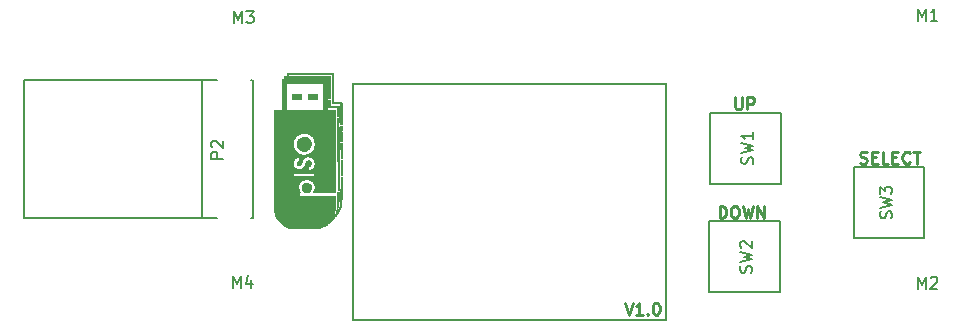
<source format=gto>
G04 #@! TF.FileFunction,Legend,Top*
%FSLAX46Y46*%
G04 Gerber Fmt 4.6, Leading zero omitted, Abs format (unit mm)*
G04 Created by KiCad (PCBNEW 4.0.7) date 05/10/18 18:44:05*
%MOMM*%
%LPD*%
G01*
G04 APERTURE LIST*
%ADD10C,0.100000*%
%ADD11C,0.250000*%
%ADD12C,0.200000*%
%ADD13C,0.150000*%
%ADD14C,0.010000*%
G04 APERTURE END LIST*
D10*
D11*
X165235689Y-95664182D02*
X165378546Y-95711801D01*
X165616642Y-95711801D01*
X165711880Y-95664182D01*
X165759499Y-95616563D01*
X165807118Y-95521325D01*
X165807118Y-95426087D01*
X165759499Y-95330849D01*
X165711880Y-95283230D01*
X165616642Y-95235610D01*
X165426165Y-95187991D01*
X165330927Y-95140372D01*
X165283308Y-95092753D01*
X165235689Y-94997515D01*
X165235689Y-94902277D01*
X165283308Y-94807039D01*
X165330927Y-94759420D01*
X165426165Y-94711801D01*
X165664261Y-94711801D01*
X165807118Y-94759420D01*
X166235689Y-95187991D02*
X166569023Y-95187991D01*
X166711880Y-95711801D02*
X166235689Y-95711801D01*
X166235689Y-94711801D01*
X166711880Y-94711801D01*
X167616642Y-95711801D02*
X167140451Y-95711801D01*
X167140451Y-94711801D01*
X167949975Y-95187991D02*
X168283309Y-95187991D01*
X168426166Y-95711801D02*
X167949975Y-95711801D01*
X167949975Y-94711801D01*
X168426166Y-94711801D01*
X169426166Y-95616563D02*
X169378547Y-95664182D01*
X169235690Y-95711801D01*
X169140452Y-95711801D01*
X168997594Y-95664182D01*
X168902356Y-95568944D01*
X168854737Y-95473706D01*
X168807118Y-95283230D01*
X168807118Y-95140372D01*
X168854737Y-94949896D01*
X168902356Y-94854658D01*
X168997594Y-94759420D01*
X169140452Y-94711801D01*
X169235690Y-94711801D01*
X169378547Y-94759420D01*
X169426166Y-94807039D01*
X169711880Y-94711801D02*
X170283309Y-94711801D01*
X169997594Y-95711801D02*
X169997594Y-94711801D01*
X153330928Y-100311801D02*
X153330928Y-99311801D01*
X153569023Y-99311801D01*
X153711881Y-99359420D01*
X153807119Y-99454658D01*
X153854738Y-99549896D01*
X153902357Y-99740372D01*
X153902357Y-99883230D01*
X153854738Y-100073706D01*
X153807119Y-100168944D01*
X153711881Y-100264182D01*
X153569023Y-100311801D01*
X153330928Y-100311801D01*
X154521404Y-99311801D02*
X154711881Y-99311801D01*
X154807119Y-99359420D01*
X154902357Y-99454658D01*
X154949976Y-99645134D01*
X154949976Y-99978468D01*
X154902357Y-100168944D01*
X154807119Y-100264182D01*
X154711881Y-100311801D01*
X154521404Y-100311801D01*
X154426166Y-100264182D01*
X154330928Y-100168944D01*
X154283309Y-99978468D01*
X154283309Y-99645134D01*
X154330928Y-99454658D01*
X154426166Y-99359420D01*
X154521404Y-99311801D01*
X155283309Y-99311801D02*
X155521404Y-100311801D01*
X155711881Y-99597515D01*
X155902357Y-100311801D01*
X156140452Y-99311801D01*
X156521404Y-100311801D02*
X156521404Y-99311801D01*
X157092833Y-100311801D01*
X157092833Y-99311801D01*
X154626166Y-90111801D02*
X154626166Y-90921325D01*
X154673785Y-91016563D01*
X154721404Y-91064182D01*
X154816642Y-91111801D01*
X155007119Y-91111801D01*
X155102357Y-91064182D01*
X155149976Y-91016563D01*
X155197595Y-90921325D01*
X155197595Y-90111801D01*
X155673785Y-91111801D02*
X155673785Y-90111801D01*
X156054738Y-90111801D01*
X156149976Y-90159420D01*
X156197595Y-90207039D01*
X156245214Y-90302277D01*
X156245214Y-90445134D01*
X156197595Y-90540372D01*
X156149976Y-90587991D01*
X156054738Y-90635610D01*
X155673785Y-90635610D01*
X145288071Y-107511801D02*
X145621404Y-108511801D01*
X145954738Y-107511801D01*
X146811881Y-108511801D02*
X146240452Y-108511801D01*
X146526166Y-108511801D02*
X146526166Y-107511801D01*
X146430928Y-107654658D01*
X146335690Y-107749896D01*
X146240452Y-107797515D01*
X147240452Y-108416563D02*
X147288071Y-108464182D01*
X147240452Y-108511801D01*
X147192833Y-108464182D01*
X147240452Y-108416563D01*
X147240452Y-108511801D01*
X147907118Y-107511801D02*
X148002357Y-107511801D01*
X148097595Y-107559420D01*
X148145214Y-107607039D01*
X148192833Y-107702277D01*
X148240452Y-107892753D01*
X148240452Y-108130849D01*
X148192833Y-108321325D01*
X148145214Y-108416563D01*
X148097595Y-108464182D01*
X148002357Y-108511801D01*
X147907118Y-108511801D01*
X147811880Y-108464182D01*
X147764261Y-108416563D01*
X147716642Y-108321325D01*
X147669023Y-108130849D01*
X147669023Y-107892753D01*
X147716642Y-107702277D01*
X147764261Y-107607039D01*
X147811880Y-107559420D01*
X147907118Y-107511801D01*
D12*
X148661880Y-89009420D02*
X122411880Y-89009420D01*
X122311880Y-108459420D02*
X122311880Y-108959420D01*
X123111880Y-108959420D02*
X122311880Y-108959420D01*
X148811880Y-108959420D02*
X122811880Y-108959420D01*
X122311880Y-108859420D02*
X122311880Y-88859420D01*
X148811880Y-88859420D02*
X148811880Y-108859420D01*
D13*
X152511880Y-94409420D02*
X152511880Y-91409420D01*
X152511880Y-91409420D02*
X158511880Y-91409420D01*
X158511880Y-91409420D02*
X158511880Y-97409420D01*
X158511880Y-97409420D02*
X152511880Y-97409420D01*
X152511880Y-97409420D02*
X152511880Y-94409420D01*
X152411880Y-103609420D02*
X152411880Y-100609420D01*
X152411880Y-100609420D02*
X158411880Y-100609420D01*
X158411880Y-100609420D02*
X158411880Y-106609420D01*
X158411880Y-106609420D02*
X152411880Y-106609420D01*
X152411880Y-106609420D02*
X152411880Y-103609420D01*
X94411880Y-100359420D02*
X94411880Y-94459420D01*
X94411880Y-94459420D02*
X94411880Y-88659420D01*
X94411880Y-88659420D02*
X94711880Y-88659420D01*
X109511880Y-88659420D02*
X94611880Y-88659420D01*
X109511880Y-100359420D02*
X94411880Y-100359420D01*
X113711880Y-88659420D02*
X113611880Y-88659420D01*
X109511880Y-88659420D02*
X110811880Y-88659420D01*
X113811880Y-100359420D02*
X113611880Y-100359420D01*
X109511880Y-100359420D02*
X110811880Y-100359420D01*
X113811880Y-89759420D02*
X113811880Y-88659420D01*
X113811880Y-98359420D02*
X113811880Y-100359420D01*
X113811880Y-98359420D02*
X113811880Y-89759420D01*
X109511880Y-100359420D02*
X109511880Y-94459420D01*
X109511880Y-89259420D02*
X109511880Y-88659420D01*
X109511880Y-94459420D02*
X109511880Y-89259420D01*
X170661880Y-99009420D02*
X170661880Y-102009420D01*
X170661880Y-102009420D02*
X164661880Y-102009420D01*
X164661880Y-102009420D02*
X164661880Y-96009420D01*
X164661880Y-96009420D02*
X170661880Y-96009420D01*
X170661880Y-96009420D02*
X170661880Y-99009420D01*
D14*
G36*
X121231174Y-97497883D02*
X121232855Y-97305795D01*
X121328105Y-97305795D01*
X121328348Y-97381995D01*
X121328312Y-97415057D01*
X121328053Y-97456636D01*
X121327609Y-97502555D01*
X121327018Y-97548633D01*
X121326617Y-97574083D01*
X121324643Y-97689970D01*
X121229493Y-97689970D01*
X121231174Y-97497883D01*
X121231174Y-97497883D01*
G37*
X121231174Y-97497883D02*
X121232855Y-97305795D01*
X121328105Y-97305795D01*
X121328348Y-97381995D01*
X121328312Y-97415057D01*
X121328053Y-97456636D01*
X121327609Y-97502555D01*
X121327018Y-97548633D01*
X121326617Y-97574083D01*
X121324643Y-97689970D01*
X121229493Y-97689970D01*
X121231174Y-97497883D01*
G36*
X121331280Y-96826370D02*
X121331280Y-97207370D01*
X121236030Y-97207370D01*
X121236030Y-96826370D01*
X121331280Y-96826370D01*
X121331280Y-96826370D01*
G37*
X121331280Y-96826370D02*
X121331280Y-97207370D01*
X121236030Y-97207370D01*
X121236030Y-96826370D01*
X121331280Y-96826370D01*
G36*
X121331280Y-96343770D02*
X121331280Y-96724770D01*
X121236030Y-96724770D01*
X121236030Y-96343770D01*
X121331280Y-96343770D01*
X121331280Y-96343770D01*
G37*
X121331280Y-96343770D02*
X121331280Y-96724770D01*
X121236030Y-96724770D01*
X121236030Y-96343770D01*
X121331280Y-96343770D01*
G36*
X121331280Y-95861170D02*
X121331280Y-96248520D01*
X121236030Y-96248520D01*
X121236030Y-95861170D01*
X121331280Y-95861170D01*
X121331280Y-95861170D01*
G37*
X121331280Y-95861170D02*
X121331280Y-96248520D01*
X121236030Y-96248520D01*
X121236030Y-95861170D01*
X121331280Y-95861170D01*
G36*
X121323028Y-95378570D02*
X121327154Y-95436696D01*
X121328429Y-95461320D01*
X121329543Y-95495588D01*
X121330433Y-95536445D01*
X121331033Y-95580837D01*
X121331277Y-95625708D01*
X121331280Y-95630371D01*
X121331280Y-95765920D01*
X121237970Y-95765920D01*
X121233854Y-95694483D01*
X121232492Y-95663976D01*
X121231317Y-95624552D01*
X121230409Y-95579993D01*
X121229850Y-95534081D01*
X121229708Y-95500808D01*
X121229680Y-95378570D01*
X121323028Y-95378570D01*
X121323028Y-95378570D01*
G37*
X121323028Y-95378570D02*
X121327154Y-95436696D01*
X121328429Y-95461320D01*
X121329543Y-95495588D01*
X121330433Y-95536445D01*
X121331033Y-95580837D01*
X121331277Y-95625708D01*
X121331280Y-95630371D01*
X121331280Y-95765920D01*
X121237970Y-95765920D01*
X121233854Y-95694483D01*
X121232492Y-95663976D01*
X121231317Y-95624552D01*
X121230409Y-95579993D01*
X121229850Y-95534081D01*
X121229708Y-95500808D01*
X121229680Y-95378570D01*
X121323028Y-95378570D01*
G36*
X121225783Y-98076518D02*
X121226327Y-98034413D01*
X121227185Y-97987746D01*
X121227503Y-97973113D01*
X121231725Y-97785220D01*
X121324930Y-97785220D01*
X121323729Y-97942383D01*
X121323297Y-97988137D01*
X121322735Y-98031747D01*
X121322082Y-98070931D01*
X121321380Y-98103411D01*
X121320669Y-98126905D01*
X121320237Y-98136058D01*
X121317946Y-98172570D01*
X121274187Y-98172570D01*
X121251811Y-98171789D01*
X121234850Y-98169739D01*
X121226903Y-98166860D01*
X121226855Y-98166788D01*
X121226089Y-98159196D01*
X121225658Y-98140537D01*
X121225558Y-98112435D01*
X121225783Y-98076518D01*
X121225783Y-98076518D01*
G37*
X121225783Y-98076518D02*
X121226327Y-98034413D01*
X121227185Y-97987746D01*
X121227503Y-97973113D01*
X121231725Y-97785220D01*
X121324930Y-97785220D01*
X121323729Y-97942383D01*
X121323297Y-97988137D01*
X121322735Y-98031747D01*
X121322082Y-98070931D01*
X121321380Y-98103411D01*
X121320669Y-98126905D01*
X121320237Y-98136058D01*
X121317946Y-98172570D01*
X121274187Y-98172570D01*
X121251811Y-98171789D01*
X121234850Y-98169739D01*
X121226903Y-98166860D01*
X121226855Y-98166788D01*
X121226089Y-98159196D01*
X121225658Y-98140537D01*
X121225558Y-98112435D01*
X121225783Y-98076518D01*
G36*
X121324930Y-94895970D02*
X121324930Y-95283320D01*
X121229680Y-95283320D01*
X121229680Y-94895970D01*
X121324930Y-94895970D01*
X121324930Y-94895970D01*
G37*
X121324930Y-94895970D02*
X121324930Y-95283320D01*
X121229680Y-95283320D01*
X121229680Y-94895970D01*
X121324930Y-94895970D01*
G36*
X121324930Y-94419720D02*
X121324930Y-94800720D01*
X121229680Y-94800720D01*
X121229610Y-94634033D01*
X121229443Y-94587933D01*
X121229009Y-94544864D01*
X121228351Y-94506817D01*
X121227509Y-94475781D01*
X121226527Y-94453748D01*
X121225604Y-94443533D01*
X121221668Y-94419720D01*
X121324930Y-94419720D01*
X121324930Y-94419720D01*
G37*
X121324930Y-94419720D02*
X121324930Y-94800720D01*
X121229680Y-94800720D01*
X121229610Y-94634033D01*
X121229443Y-94587933D01*
X121229009Y-94544864D01*
X121228351Y-94506817D01*
X121227509Y-94475781D01*
X121226527Y-94453748D01*
X121225604Y-94443533D01*
X121221668Y-94419720D01*
X121324930Y-94419720D01*
G36*
X121318580Y-93937120D02*
X121318649Y-94103808D01*
X121318812Y-94149859D01*
X121319233Y-94192834D01*
X121319872Y-94230753D01*
X121320688Y-94261636D01*
X121321640Y-94283503D01*
X121322539Y-94293592D01*
X121326359Y-94316688D01*
X121281570Y-94321186D01*
X121258413Y-94322868D01*
X121240025Y-94323024D01*
X121230234Y-94321629D01*
X121230055Y-94321528D01*
X121227804Y-94313715D01*
X121226011Y-94293325D01*
X121224676Y-94260331D01*
X121223796Y-94214709D01*
X121223372Y-94156432D01*
X121223330Y-94127246D01*
X121223330Y-93937120D01*
X121318580Y-93937120D01*
X121318580Y-93937120D01*
G37*
X121318580Y-93937120D02*
X121318649Y-94103808D01*
X121318812Y-94149859D01*
X121319233Y-94192834D01*
X121319872Y-94230753D01*
X121320688Y-94261636D01*
X121321640Y-94283503D01*
X121322539Y-94293592D01*
X121326359Y-94316688D01*
X121281570Y-94321186D01*
X121258413Y-94322868D01*
X121240025Y-94323024D01*
X121230234Y-94321629D01*
X121230055Y-94321528D01*
X121227804Y-94313715D01*
X121226011Y-94293325D01*
X121224676Y-94260331D01*
X121223796Y-94214709D01*
X121223372Y-94156432D01*
X121223330Y-94127246D01*
X121223330Y-93937120D01*
X121318580Y-93937120D01*
G36*
X121261430Y-90520820D02*
X121261430Y-90542827D01*
X121262087Y-90555907D01*
X121266221Y-90562955D01*
X121277074Y-90566650D01*
X121293180Y-90569045D01*
X121324930Y-90573257D01*
X121323515Y-90662926D01*
X121322839Y-90704183D01*
X121322008Y-90752470D01*
X121321121Y-90802117D01*
X121320278Y-90847458D01*
X121320179Y-90852608D01*
X121318257Y-90952620D01*
X121222170Y-90952620D01*
X121224097Y-90785933D01*
X121226025Y-90619245D01*
X121053227Y-90617556D01*
X120880430Y-90615866D01*
X120880430Y-90520820D01*
X121261430Y-90520820D01*
X121261430Y-90520820D01*
G37*
X121261430Y-90520820D02*
X121261430Y-90542827D01*
X121262087Y-90555907D01*
X121266221Y-90562955D01*
X121277074Y-90566650D01*
X121293180Y-90569045D01*
X121324930Y-90573257D01*
X121323515Y-90662926D01*
X121322839Y-90704183D01*
X121322008Y-90752470D01*
X121321121Y-90802117D01*
X121320278Y-90847458D01*
X121320179Y-90852608D01*
X121318257Y-90952620D01*
X121222170Y-90952620D01*
X121224097Y-90785933D01*
X121226025Y-90619245D01*
X121053227Y-90617556D01*
X120880430Y-90615866D01*
X120880430Y-90520820D01*
X121261430Y-90520820D01*
G36*
X121217509Y-98593560D02*
X121218016Y-98558375D01*
X121218796Y-98516838D01*
X121219831Y-98470533D01*
X121220200Y-98455469D01*
X121224891Y-98267820D01*
X121318580Y-98267820D01*
X121317240Y-98396408D01*
X121316703Y-98440981D01*
X121316030Y-98486247D01*
X121315279Y-98528793D01*
X121314512Y-98565207D01*
X121313839Y-98590445D01*
X121311777Y-98655895D01*
X121265966Y-98651531D01*
X121243311Y-98649142D01*
X121226214Y-98646905D01*
X121218040Y-98645265D01*
X121217832Y-98645142D01*
X121217398Y-98638529D01*
X121217297Y-98620806D01*
X121217509Y-98593560D01*
X121217509Y-98593560D01*
G37*
X121217509Y-98593560D02*
X121218016Y-98558375D01*
X121218796Y-98516838D01*
X121219831Y-98470533D01*
X121220200Y-98455469D01*
X121224891Y-98267820D01*
X121318580Y-98267820D01*
X121317240Y-98396408D01*
X121316703Y-98440981D01*
X121316030Y-98486247D01*
X121315279Y-98528793D01*
X121314512Y-98565207D01*
X121313839Y-98590445D01*
X121311777Y-98655895D01*
X121265966Y-98651531D01*
X121243311Y-98649142D01*
X121226214Y-98646905D01*
X121218040Y-98645265D01*
X121217832Y-98645142D01*
X121217398Y-98638529D01*
X121217297Y-98620806D01*
X121217509Y-98593560D01*
G36*
X121318580Y-93454520D02*
X121318580Y-93841870D01*
X121223330Y-93841870D01*
X121223330Y-93454520D01*
X121318580Y-93454520D01*
X121318580Y-93454520D01*
G37*
X121318580Y-93454520D02*
X121318580Y-93841870D01*
X121223330Y-93841870D01*
X121223330Y-93454520D01*
X121318580Y-93454520D01*
G36*
X121218474Y-93167183D02*
X121220155Y-92975095D01*
X121310207Y-92971405D01*
X121314393Y-93086981D01*
X121315829Y-93131399D01*
X121317053Y-93178360D01*
X121317972Y-93223598D01*
X121318494Y-93262847D01*
X121318580Y-93280913D01*
X121318580Y-93359270D01*
X121216793Y-93359270D01*
X121218474Y-93167183D01*
X121218474Y-93167183D01*
G37*
X121218474Y-93167183D02*
X121220155Y-92975095D01*
X121310207Y-92971405D01*
X121314393Y-93086981D01*
X121315829Y-93131399D01*
X121317053Y-93178360D01*
X121317972Y-93223598D01*
X121318494Y-93262847D01*
X121318580Y-93280913D01*
X121318580Y-93359270D01*
X121216793Y-93359270D01*
X121218474Y-93167183D01*
G36*
X121220331Y-91382833D02*
X121220448Y-91361604D01*
X121220675Y-91330392D01*
X121220989Y-91291910D01*
X121221368Y-91248874D01*
X121221789Y-91203999D01*
X121221918Y-91190745D01*
X121223330Y-91047870D01*
X121318580Y-91047870D01*
X121318580Y-91435755D01*
X121269367Y-91433900D01*
X121220155Y-91432045D01*
X121220331Y-91382833D01*
X121220331Y-91382833D01*
G37*
X121220331Y-91382833D02*
X121220448Y-91361604D01*
X121220675Y-91330392D01*
X121220989Y-91291910D01*
X121221368Y-91248874D01*
X121221789Y-91203999D01*
X121221918Y-91190745D01*
X121223330Y-91047870D01*
X121318580Y-91047870D01*
X121318580Y-91435755D01*
X121269367Y-91433900D01*
X121220155Y-91432045D01*
X121220331Y-91382833D01*
G36*
X121209063Y-98986667D02*
X121210001Y-98921597D01*
X121211198Y-98868334D01*
X121212722Y-98825988D01*
X121214644Y-98793667D01*
X121217031Y-98770481D01*
X121219954Y-98755538D01*
X121223480Y-98747947D01*
X121227631Y-98746799D01*
X121238854Y-98748769D01*
X121258010Y-98750085D01*
X121274649Y-98750420D01*
X121312230Y-98750420D01*
X121311013Y-98793283D01*
X121310501Y-98812286D01*
X121309750Y-98841464D01*
X121308824Y-98878297D01*
X121307785Y-98920265D01*
X121306696Y-98964847D01*
X121306250Y-98983263D01*
X121305046Y-99025297D01*
X121303600Y-99063057D01*
X121302012Y-99094701D01*
X121300382Y-99118386D01*
X121298812Y-99132272D01*
X121297977Y-99135099D01*
X121289781Y-99136425D01*
X121272803Y-99135388D01*
X121250693Y-99132214D01*
X121250352Y-99132153D01*
X121207455Y-99124489D01*
X121209063Y-98986667D01*
X121209063Y-98986667D01*
G37*
X121209063Y-98986667D02*
X121210001Y-98921597D01*
X121211198Y-98868334D01*
X121212722Y-98825988D01*
X121214644Y-98793667D01*
X121217031Y-98770481D01*
X121219954Y-98755538D01*
X121223480Y-98747947D01*
X121227631Y-98746799D01*
X121238854Y-98748769D01*
X121258010Y-98750085D01*
X121274649Y-98750420D01*
X121312230Y-98750420D01*
X121311013Y-98793283D01*
X121310501Y-98812286D01*
X121309750Y-98841464D01*
X121308824Y-98878297D01*
X121307785Y-98920265D01*
X121306696Y-98964847D01*
X121306250Y-98983263D01*
X121305046Y-99025297D01*
X121303600Y-99063057D01*
X121302012Y-99094701D01*
X121300382Y-99118386D01*
X121298812Y-99132272D01*
X121297977Y-99135099D01*
X121289781Y-99136425D01*
X121272803Y-99135388D01*
X121250693Y-99132214D01*
X121250352Y-99132153D01*
X121207455Y-99124489D01*
X121209063Y-98986667D01*
G36*
X121312230Y-92495670D02*
X121312230Y-92876670D01*
X121216980Y-92876670D01*
X121216980Y-92495670D01*
X121312230Y-92495670D01*
X121312230Y-92495670D01*
G37*
X121312230Y-92495670D02*
X121312230Y-92876670D01*
X121216980Y-92876670D01*
X121216980Y-92495670D01*
X121312230Y-92495670D01*
G36*
X121312230Y-92013070D02*
X121312230Y-92394070D01*
X121216980Y-92394070D01*
X121216980Y-92013070D01*
X121312230Y-92013070D01*
X121312230Y-92013070D01*
G37*
X121312230Y-92013070D02*
X121312230Y-92394070D01*
X121216980Y-92394070D01*
X121216980Y-92013070D01*
X121312230Y-92013070D01*
G36*
X121312230Y-91530470D02*
X121312230Y-91917820D01*
X121216980Y-91917820D01*
X121216980Y-91530470D01*
X121312230Y-91530470D01*
X121312230Y-91530470D01*
G37*
X121312230Y-91530470D02*
X121312230Y-91917820D01*
X121216980Y-91917820D01*
X121216980Y-91530470D01*
X121312230Y-91530470D01*
G36*
X121086754Y-99513228D02*
X121107719Y-99458284D01*
X121128423Y-99400185D01*
X121147621Y-99342546D01*
X121164070Y-99288983D01*
X121176527Y-99243112D01*
X121177147Y-99240571D01*
X121181376Y-99226276D01*
X121184989Y-99219095D01*
X121185322Y-99218928D01*
X121192643Y-99219769D01*
X121208920Y-99222563D01*
X121230671Y-99226712D01*
X121231267Y-99226831D01*
X121254226Y-99231921D01*
X121267188Y-99236619D01*
X121272744Y-99242247D01*
X121273587Y-99248473D01*
X121271641Y-99259167D01*
X121266682Y-99279371D01*
X121259400Y-99306448D01*
X121250487Y-99337760D01*
X121247797Y-99346917D01*
X121237807Y-99378985D01*
X121225558Y-99415700D01*
X121211930Y-99454691D01*
X121197801Y-99493586D01*
X121184049Y-99530013D01*
X121171553Y-99561602D01*
X121161193Y-99585981D01*
X121153846Y-99600779D01*
X121153566Y-99601236D01*
X121148900Y-99605367D01*
X121140775Y-99605114D01*
X121126589Y-99599863D01*
X121105548Y-99589892D01*
X121083174Y-99577654D01*
X121069801Y-99567688D01*
X121066772Y-99561401D01*
X121086754Y-99513228D01*
X121086754Y-99513228D01*
G37*
X121086754Y-99513228D02*
X121107719Y-99458284D01*
X121128423Y-99400185D01*
X121147621Y-99342546D01*
X121164070Y-99288983D01*
X121176527Y-99243112D01*
X121177147Y-99240571D01*
X121181376Y-99226276D01*
X121184989Y-99219095D01*
X121185322Y-99218928D01*
X121192643Y-99219769D01*
X121208920Y-99222563D01*
X121230671Y-99226712D01*
X121231267Y-99226831D01*
X121254226Y-99231921D01*
X121267188Y-99236619D01*
X121272744Y-99242247D01*
X121273587Y-99248473D01*
X121271641Y-99259167D01*
X121266682Y-99279371D01*
X121259400Y-99306448D01*
X121250487Y-99337760D01*
X121247797Y-99346917D01*
X121237807Y-99378985D01*
X121225558Y-99415700D01*
X121211930Y-99454691D01*
X121197801Y-99493586D01*
X121184049Y-99530013D01*
X121171553Y-99561602D01*
X121161193Y-99585981D01*
X121153846Y-99600779D01*
X121153566Y-99601236D01*
X121148900Y-99605367D01*
X121140775Y-99605114D01*
X121126589Y-99599863D01*
X121105548Y-99589892D01*
X121083174Y-99577654D01*
X121069801Y-99567688D01*
X121066772Y-99561401D01*
X121086754Y-99513228D01*
G36*
X116257630Y-91187570D02*
X116257629Y-89860410D01*
X116257629Y-88533250D01*
X118164217Y-88534848D01*
X120070805Y-88536445D01*
X120072407Y-89862008D01*
X120074009Y-91187570D01*
X120728030Y-91187570D01*
X120728030Y-98109246D01*
X119804416Y-98108598D01*
X118880803Y-98107949D01*
X118915458Y-98062472D01*
X118961515Y-97992981D01*
X118996132Y-97920022D01*
X119019554Y-97842708D01*
X119032023Y-97760155D01*
X119033783Y-97671477D01*
X119031940Y-97639170D01*
X119021207Y-97562916D01*
X119001106Y-97486042D01*
X118972880Y-97412193D01*
X118937777Y-97345012D01*
X118924073Y-97323714D01*
X118901781Y-97294659D01*
X118872326Y-97261498D01*
X118838903Y-97227474D01*
X118804704Y-97195830D01*
X118772924Y-97169811D01*
X118771443Y-97168707D01*
X118729858Y-97141486D01*
X118679832Y-97114499D01*
X118625509Y-97089682D01*
X118571031Y-97068976D01*
X118534105Y-97057716D01*
X118488187Y-97048197D01*
X118433676Y-97041300D01*
X118374434Y-97037177D01*
X118314325Y-97035980D01*
X118257212Y-97037861D01*
X118206959Y-97042971D01*
X118197456Y-97044501D01*
X118104913Y-97066501D01*
X118019212Y-97098746D01*
X117940891Y-97140573D01*
X117870487Y-97191318D01*
X117808539Y-97250316D01*
X117755585Y-97316903D01*
X117712163Y-97390416D01*
X117678811Y-97470190D01*
X117656067Y-97555561D01*
X117644469Y-97645866D01*
X117643854Y-97727701D01*
X117649065Y-97792027D01*
X117658909Y-97848578D01*
X117674490Y-97901780D01*
X117696913Y-97956059D01*
X117705199Y-97973332D01*
X117727457Y-98014720D01*
X117750795Y-98049318D01*
X117779040Y-98082736D01*
X117782110Y-98086045D01*
X117827334Y-98134470D01*
X117673680Y-98134470D01*
X117673680Y-98426570D01*
X120728835Y-98426570D01*
X120726230Y-99031408D01*
X120725760Y-99135225D01*
X120725286Y-99227176D01*
X120724793Y-99308093D01*
X120724263Y-99378809D01*
X120723682Y-99440159D01*
X120723032Y-99492975D01*
X120722297Y-99538090D01*
X120721462Y-99576338D01*
X120720510Y-99608551D01*
X120719424Y-99635564D01*
X120718189Y-99658209D01*
X120716789Y-99677320D01*
X120715206Y-99693729D01*
X120713425Y-99708271D01*
X120712991Y-99711400D01*
X120696220Y-99811953D01*
X120674663Y-99912173D01*
X120649210Y-100008513D01*
X120620748Y-100097428D01*
X120607074Y-100134385D01*
X120598822Y-100156730D01*
X120593201Y-100174099D01*
X120591152Y-100183505D01*
X120591339Y-100184296D01*
X120596837Y-100181556D01*
X120608936Y-100171903D01*
X120625174Y-100157324D01*
X120627658Y-100154984D01*
X120650469Y-100129580D01*
X120676960Y-100093341D01*
X120706363Y-100047329D01*
X120711724Y-100038397D01*
X120729071Y-100009246D01*
X120743957Y-99984228D01*
X120755254Y-99965245D01*
X120761829Y-99954198D01*
X120763029Y-99952182D01*
X120768617Y-99954136D01*
X120782380Y-99960759D01*
X120801350Y-99970623D01*
X120801559Y-99970735D01*
X120820743Y-99980691D01*
X120830294Y-99984620D01*
X120831566Y-99982865D01*
X120827205Y-99977223D01*
X120821152Y-99969042D01*
X120819671Y-99961126D01*
X120823724Y-99950979D01*
X120834271Y-99936104D01*
X120850912Y-99915645D01*
X120866721Y-99896595D01*
X120804899Y-99864845D01*
X120826688Y-99814805D01*
X120845035Y-99769652D01*
X120864501Y-99716519D01*
X120883566Y-99659851D01*
X120900708Y-99604091D01*
X120909279Y-99573513D01*
X120916180Y-99548515D01*
X120922051Y-99528585D01*
X120926023Y-99516610D01*
X120927027Y-99514507D01*
X120933605Y-99514867D01*
X120948669Y-99517505D01*
X120968396Y-99521580D01*
X120988961Y-99526248D01*
X121006541Y-99530667D01*
X121017310Y-99533995D01*
X121018714Y-99534708D01*
X121017750Y-99540995D01*
X121013712Y-99557088D01*
X121007282Y-99580657D01*
X120999141Y-99609375D01*
X120989971Y-99640914D01*
X120980453Y-99672948D01*
X120971270Y-99703148D01*
X120963102Y-99729186D01*
X120956632Y-99748736D01*
X120953646Y-99756895D01*
X120947860Y-99771960D01*
X120946976Y-99776785D01*
X120950989Y-99772848D01*
X120953611Y-99769595D01*
X120961301Y-99758204D01*
X120972809Y-99739173D01*
X120985991Y-99716080D01*
X120989747Y-99709270D01*
X121001829Y-99687344D01*
X121011542Y-99670019D01*
X121017330Y-99660062D01*
X121018167Y-99658796D01*
X121024659Y-99659797D01*
X121038695Y-99665413D01*
X121056822Y-99673908D01*
X121075587Y-99683546D01*
X121091538Y-99692590D01*
X121101220Y-99699303D01*
X121102632Y-99701274D01*
X121099651Y-99708580D01*
X121091703Y-99724132D01*
X121080210Y-99745199D01*
X121073610Y-99756895D01*
X121041061Y-99811158D01*
X121003761Y-99868711D01*
X120964950Y-99924736D01*
X120927864Y-99974416D01*
X120924918Y-99978163D01*
X120885562Y-100027981D01*
X120867756Y-100010921D01*
X120849949Y-99993861D01*
X120826080Y-100036544D01*
X120814030Y-100059004D01*
X120807890Y-100073684D01*
X120806807Y-100083554D01*
X120809929Y-100091584D01*
X120810161Y-100091960D01*
X120812834Y-100098293D01*
X120811767Y-100105374D01*
X120805691Y-100115119D01*
X120793340Y-100129440D01*
X120773444Y-100150255D01*
X120767612Y-100156219D01*
X120741532Y-100184071D01*
X120713714Y-100215788D01*
X120688512Y-100246327D01*
X120678120Y-100259758D01*
X120661108Y-100282003D01*
X120646422Y-100300380D01*
X120636004Y-100312505D01*
X120632379Y-100315943D01*
X120623120Y-100315360D01*
X120613798Y-100309408D01*
X120607017Y-100304359D01*
X120600028Y-100303702D01*
X120589934Y-100308420D01*
X120573838Y-100319498D01*
X120564986Y-100325992D01*
X120546541Y-100339594D01*
X120532433Y-100349976D01*
X120525461Y-100355081D01*
X120525264Y-100355222D01*
X120527595Y-100360434D01*
X120536622Y-100371461D01*
X120542954Y-100378240D01*
X120563385Y-100399320D01*
X120494868Y-100465458D01*
X120466893Y-100491965D01*
X120438340Y-100518166D01*
X120412177Y-100541392D01*
X120391370Y-100558973D01*
X120387583Y-100561993D01*
X120368124Y-100578678D01*
X120343434Y-100601925D01*
X120316619Y-100628714D01*
X120290783Y-100656026D01*
X120289671Y-100657243D01*
X120228638Y-100721784D01*
X120170477Y-100777929D01*
X120112003Y-100828443D01*
X120050031Y-100876093D01*
X119988056Y-100919201D01*
X119883495Y-100983036D01*
X119775798Y-101036645D01*
X119663084Y-101080780D01*
X119543473Y-101116191D01*
X119435805Y-101139838D01*
X119426979Y-101141465D01*
X119418138Y-101142954D01*
X119408701Y-101144313D01*
X119398089Y-101145548D01*
X119385723Y-101146667D01*
X119371022Y-101147678D01*
X119353407Y-101148588D01*
X119332298Y-101149404D01*
X119307116Y-101150135D01*
X119277281Y-101150786D01*
X119242213Y-101151367D01*
X119201333Y-101151884D01*
X119154061Y-101152345D01*
X119099817Y-101152756D01*
X119038021Y-101153127D01*
X118968095Y-101153463D01*
X118889458Y-101153773D01*
X118801530Y-101154064D01*
X118703733Y-101154344D01*
X118595485Y-101154619D01*
X118476209Y-101154897D01*
X118345323Y-101155187D01*
X118219780Y-101155457D01*
X118059854Y-101155768D01*
X117912336Y-101155993D01*
X117776933Y-101156128D01*
X117653353Y-101156175D01*
X117541305Y-101156130D01*
X117440495Y-101155993D01*
X117350631Y-101155763D01*
X117271422Y-101155439D01*
X117229180Y-101155182D01*
X117229180Y-96807320D01*
X119007180Y-96807320D01*
X119007180Y-96477120D01*
X118499180Y-96477120D01*
X118499180Y-96265400D01*
X118542042Y-96259959D01*
X118581290Y-96253235D01*
X118624596Y-96242980D01*
X118667549Y-96230454D01*
X118705736Y-96216918D01*
X118729484Y-96206414D01*
X118799284Y-96164246D01*
X118860904Y-96112985D01*
X118913901Y-96053610D01*
X118957832Y-95987100D01*
X118992255Y-95914434D01*
X119016727Y-95836589D01*
X119030804Y-95754546D01*
X119034045Y-95669281D01*
X119026007Y-95581775D01*
X119022161Y-95559545D01*
X119002754Y-95488065D01*
X118972460Y-95417574D01*
X118932879Y-95351371D01*
X118900873Y-95309775D01*
X118845021Y-95253933D01*
X118780840Y-95206491D01*
X118710075Y-95168119D01*
X118634474Y-95139487D01*
X118555781Y-95121263D01*
X118475745Y-95114117D01*
X118400755Y-95118109D01*
X118323879Y-95132923D01*
X118254549Y-95157373D01*
X118191245Y-95192204D01*
X118132447Y-95238160D01*
X118118180Y-95251876D01*
X118118180Y-94962570D01*
X118175117Y-94962055D01*
X118222438Y-94960276D01*
X118263200Y-94956770D01*
X118300460Y-94951075D01*
X118337275Y-94942729D01*
X118376705Y-94931268D01*
X118419634Y-94916983D01*
X118516706Y-94876851D01*
X118607417Y-94826220D01*
X118691139Y-94765925D01*
X118767241Y-94696798D01*
X118835094Y-94619675D01*
X118894071Y-94535388D01*
X118943540Y-94444773D01*
X118982874Y-94348663D01*
X119011443Y-94247893D01*
X119028617Y-94143295D01*
X119031855Y-94105395D01*
X119033579Y-94074835D01*
X119034674Y-94047162D01*
X119035025Y-94025944D01*
X119034737Y-94016495D01*
X119033555Y-94001002D01*
X119031943Y-93977488D01*
X119030216Y-93950610D01*
X119029942Y-93946166D01*
X119017973Y-93851003D01*
X118994256Y-93756071D01*
X118959654Y-93663089D01*
X118915033Y-93573776D01*
X118861255Y-93489851D01*
X118799186Y-93413034D01*
X118729689Y-93345043D01*
X118726329Y-93342157D01*
X118639400Y-93275966D01*
X118547183Y-93221313D01*
X118449716Y-93178218D01*
X118413856Y-93165702D01*
X118354379Y-93147979D01*
X118298771Y-93135294D01*
X118242948Y-93127042D01*
X118182828Y-93122617D01*
X118115005Y-93121414D01*
X118019560Y-93125298D01*
X117931809Y-93136891D01*
X117848880Y-93156849D01*
X117767905Y-93185829D01*
X117703063Y-93215718D01*
X117642250Y-93248463D01*
X117589259Y-93282086D01*
X117539705Y-93319700D01*
X117489204Y-93364418D01*
X117476297Y-93376705D01*
X117402194Y-93456528D01*
X117339166Y-93542565D01*
X117287215Y-93634813D01*
X117246345Y-93733267D01*
X117216557Y-93837922D01*
X117212009Y-93859207D01*
X117206522Y-93896278D01*
X117202750Y-93942598D01*
X117200689Y-93994832D01*
X117200336Y-94049645D01*
X117201687Y-94103704D01*
X117204739Y-94153672D01*
X117209488Y-94196217D01*
X117212388Y-94213115D01*
X117240166Y-94322015D01*
X117278455Y-94424261D01*
X117326783Y-94519373D01*
X117384680Y-94606868D01*
X117451674Y-94686264D01*
X117527295Y-94757080D01*
X117611071Y-94818833D01*
X117702531Y-94871043D01*
X117801204Y-94913227D01*
X117906619Y-94944904D01*
X117934030Y-94951137D01*
X117957665Y-94955492D01*
X117983298Y-94958659D01*
X118013357Y-94960789D01*
X118050270Y-94962032D01*
X118096468Y-94962539D01*
X118118180Y-94962570D01*
X118118180Y-95251876D01*
X118108655Y-95261034D01*
X118085266Y-95285940D01*
X118064163Y-95311243D01*
X118044588Y-95338373D01*
X118025784Y-95368760D01*
X118006993Y-95403833D01*
X117987459Y-95445024D01*
X117966424Y-95493762D01*
X117943130Y-95551477D01*
X117916821Y-95619599D01*
X117911898Y-95632570D01*
X117893383Y-95680721D01*
X117877980Y-95718666D01*
X117864710Y-95748222D01*
X117852593Y-95771208D01*
X117840652Y-95789440D01*
X117827906Y-95804735D01*
X117813376Y-95818912D01*
X117809800Y-95822100D01*
X117771960Y-95847836D01*
X117731004Y-95862637D01*
X117688811Y-95867045D01*
X117647260Y-95861607D01*
X117608228Y-95846865D01*
X117573595Y-95823363D01*
X117545238Y-95791647D01*
X117525038Y-95752260D01*
X117520662Y-95738345D01*
X117516194Y-95708847D01*
X117516138Y-95674107D01*
X117520073Y-95639169D01*
X117527577Y-95609076D01*
X117532419Y-95597645D01*
X117558276Y-95561124D01*
X117593433Y-95531994D01*
X117636088Y-95511484D01*
X117672092Y-95502469D01*
X117699080Y-95498104D01*
X117699080Y-95155407D01*
X117662567Y-95159652D01*
X117579475Y-95174820D01*
X117502935Y-95200099D01*
X117433699Y-95235184D01*
X117379650Y-95273731D01*
X117329292Y-95323088D01*
X117284937Y-95381850D01*
X117248149Y-95447526D01*
X117220493Y-95517620D01*
X117215055Y-95536030D01*
X117206845Y-95576847D01*
X117201815Y-95625444D01*
X117199965Y-95677924D01*
X117201296Y-95730392D01*
X117205811Y-95778951D01*
X117213509Y-95819704D01*
X117214958Y-95824970D01*
X117243579Y-95902252D01*
X117282208Y-95972276D01*
X117330142Y-96034359D01*
X117386682Y-96087816D01*
X117451127Y-96131964D01*
X117522776Y-96166118D01*
X117584423Y-96185688D01*
X117635196Y-96194478D01*
X117692528Y-96197714D01*
X117751782Y-96195552D01*
X117808317Y-96188148D01*
X117854655Y-96176608D01*
X117923911Y-96147565D01*
X117987608Y-96107488D01*
X118027114Y-96074707D01*
X118058298Y-96043856D01*
X118086349Y-96010738D01*
X118112247Y-95973660D01*
X118136974Y-95930927D01*
X118161513Y-95880846D01*
X118186846Y-95821721D01*
X118213445Y-95753220D01*
X118238012Y-95689164D01*
X118259925Y-95636023D01*
X118280007Y-95592497D01*
X118299084Y-95557286D01*
X118317981Y-95529092D01*
X118337521Y-95506614D01*
X118358529Y-95488554D01*
X118381830Y-95473611D01*
X118395345Y-95466534D01*
X118442478Y-95449420D01*
X118492270Y-95442180D01*
X118541211Y-95445047D01*
X118576660Y-95454496D01*
X118621116Y-95477693D01*
X118657694Y-95510256D01*
X118685907Y-95551218D01*
X118705266Y-95599617D01*
X118715283Y-95654488D01*
X118715469Y-95714866D01*
X118714394Y-95726499D01*
X118703121Y-95778844D01*
X118681656Y-95823922D01*
X118650653Y-95861070D01*
X118610767Y-95889626D01*
X118562652Y-95908927D01*
X118526866Y-95916252D01*
X118499180Y-95920047D01*
X118499180Y-96265400D01*
X118499180Y-96477120D01*
X117229180Y-96477120D01*
X117229180Y-96807320D01*
X117229180Y-101155182D01*
X117202575Y-101155020D01*
X117143798Y-101154504D01*
X117094798Y-101153891D01*
X117055285Y-101153179D01*
X117024964Y-101152368D01*
X117003545Y-101151456D01*
X116994230Y-101150806D01*
X116864030Y-101132885D01*
X116736999Y-101102928D01*
X116613692Y-101061326D01*
X116594180Y-101052662D01*
X116594180Y-91187570D01*
X119737430Y-91187570D01*
X119737430Y-88907920D01*
X116594180Y-88907920D01*
X116594180Y-91187570D01*
X116594180Y-101052662D01*
X116494662Y-101008469D01*
X116380464Y-100944750D01*
X116271652Y-100870559D01*
X116168780Y-100786289D01*
X116072402Y-100692329D01*
X115983072Y-100589072D01*
X115901345Y-100476909D01*
X115827776Y-100356230D01*
X115802773Y-100309577D01*
X115753292Y-100206096D01*
X115711232Y-100100826D01*
X115675823Y-99991332D01*
X115646292Y-99875179D01*
X115621871Y-99749932D01*
X115617783Y-99725145D01*
X115617110Y-99720206D01*
X115616467Y-99713765D01*
X115615851Y-99705538D01*
X115615264Y-99695241D01*
X115614703Y-99682590D01*
X115614167Y-99667302D01*
X115613657Y-99649093D01*
X115613171Y-99627678D01*
X115612709Y-99602774D01*
X115612269Y-99574097D01*
X115611851Y-99541363D01*
X115611454Y-99504288D01*
X115611077Y-99462589D01*
X115610720Y-99415982D01*
X115610381Y-99364182D01*
X115610060Y-99306906D01*
X115609756Y-99243869D01*
X115609468Y-99174789D01*
X115609196Y-99099381D01*
X115608938Y-99017362D01*
X115608693Y-98928447D01*
X115608462Y-98832352D01*
X115608243Y-98728795D01*
X115608035Y-98617490D01*
X115607837Y-98498154D01*
X115607650Y-98370504D01*
X115607471Y-98234254D01*
X115607300Y-98089123D01*
X115607137Y-97934824D01*
X115606980Y-97771076D01*
X115606828Y-97597593D01*
X115606682Y-97414092D01*
X115606539Y-97220289D01*
X115606400Y-97015901D01*
X115606263Y-96800643D01*
X115606127Y-96574231D01*
X115605993Y-96336382D01*
X115605858Y-96086812D01*
X115605723Y-95825237D01*
X115605586Y-95551373D01*
X115605524Y-95424608D01*
X115603458Y-91187570D01*
X116257630Y-91187570D01*
X116257630Y-91187570D01*
G37*
X116257630Y-91187570D02*
X116257629Y-89860410D01*
X116257629Y-88533250D01*
X118164217Y-88534848D01*
X120070805Y-88536445D01*
X120072407Y-89862008D01*
X120074009Y-91187570D01*
X120728030Y-91187570D01*
X120728030Y-98109246D01*
X119804416Y-98108598D01*
X118880803Y-98107949D01*
X118915458Y-98062472D01*
X118961515Y-97992981D01*
X118996132Y-97920022D01*
X119019554Y-97842708D01*
X119032023Y-97760155D01*
X119033783Y-97671477D01*
X119031940Y-97639170D01*
X119021207Y-97562916D01*
X119001106Y-97486042D01*
X118972880Y-97412193D01*
X118937777Y-97345012D01*
X118924073Y-97323714D01*
X118901781Y-97294659D01*
X118872326Y-97261498D01*
X118838903Y-97227474D01*
X118804704Y-97195830D01*
X118772924Y-97169811D01*
X118771443Y-97168707D01*
X118729858Y-97141486D01*
X118679832Y-97114499D01*
X118625509Y-97089682D01*
X118571031Y-97068976D01*
X118534105Y-97057716D01*
X118488187Y-97048197D01*
X118433676Y-97041300D01*
X118374434Y-97037177D01*
X118314325Y-97035980D01*
X118257212Y-97037861D01*
X118206959Y-97042971D01*
X118197456Y-97044501D01*
X118104913Y-97066501D01*
X118019212Y-97098746D01*
X117940891Y-97140573D01*
X117870487Y-97191318D01*
X117808539Y-97250316D01*
X117755585Y-97316903D01*
X117712163Y-97390416D01*
X117678811Y-97470190D01*
X117656067Y-97555561D01*
X117644469Y-97645866D01*
X117643854Y-97727701D01*
X117649065Y-97792027D01*
X117658909Y-97848578D01*
X117674490Y-97901780D01*
X117696913Y-97956059D01*
X117705199Y-97973332D01*
X117727457Y-98014720D01*
X117750795Y-98049318D01*
X117779040Y-98082736D01*
X117782110Y-98086045D01*
X117827334Y-98134470D01*
X117673680Y-98134470D01*
X117673680Y-98426570D01*
X120728835Y-98426570D01*
X120726230Y-99031408D01*
X120725760Y-99135225D01*
X120725286Y-99227176D01*
X120724793Y-99308093D01*
X120724263Y-99378809D01*
X120723682Y-99440159D01*
X120723032Y-99492975D01*
X120722297Y-99538090D01*
X120721462Y-99576338D01*
X120720510Y-99608551D01*
X120719424Y-99635564D01*
X120718189Y-99658209D01*
X120716789Y-99677320D01*
X120715206Y-99693729D01*
X120713425Y-99708271D01*
X120712991Y-99711400D01*
X120696220Y-99811953D01*
X120674663Y-99912173D01*
X120649210Y-100008513D01*
X120620748Y-100097428D01*
X120607074Y-100134385D01*
X120598822Y-100156730D01*
X120593201Y-100174099D01*
X120591152Y-100183505D01*
X120591339Y-100184296D01*
X120596837Y-100181556D01*
X120608936Y-100171903D01*
X120625174Y-100157324D01*
X120627658Y-100154984D01*
X120650469Y-100129580D01*
X120676960Y-100093341D01*
X120706363Y-100047329D01*
X120711724Y-100038397D01*
X120729071Y-100009246D01*
X120743957Y-99984228D01*
X120755254Y-99965245D01*
X120761829Y-99954198D01*
X120763029Y-99952182D01*
X120768617Y-99954136D01*
X120782380Y-99960759D01*
X120801350Y-99970623D01*
X120801559Y-99970735D01*
X120820743Y-99980691D01*
X120830294Y-99984620D01*
X120831566Y-99982865D01*
X120827205Y-99977223D01*
X120821152Y-99969042D01*
X120819671Y-99961126D01*
X120823724Y-99950979D01*
X120834271Y-99936104D01*
X120850912Y-99915645D01*
X120866721Y-99896595D01*
X120804899Y-99864845D01*
X120826688Y-99814805D01*
X120845035Y-99769652D01*
X120864501Y-99716519D01*
X120883566Y-99659851D01*
X120900708Y-99604091D01*
X120909279Y-99573513D01*
X120916180Y-99548515D01*
X120922051Y-99528585D01*
X120926023Y-99516610D01*
X120927027Y-99514507D01*
X120933605Y-99514867D01*
X120948669Y-99517505D01*
X120968396Y-99521580D01*
X120988961Y-99526248D01*
X121006541Y-99530667D01*
X121017310Y-99533995D01*
X121018714Y-99534708D01*
X121017750Y-99540995D01*
X121013712Y-99557088D01*
X121007282Y-99580657D01*
X120999141Y-99609375D01*
X120989971Y-99640914D01*
X120980453Y-99672948D01*
X120971270Y-99703148D01*
X120963102Y-99729186D01*
X120956632Y-99748736D01*
X120953646Y-99756895D01*
X120947860Y-99771960D01*
X120946976Y-99776785D01*
X120950989Y-99772848D01*
X120953611Y-99769595D01*
X120961301Y-99758204D01*
X120972809Y-99739173D01*
X120985991Y-99716080D01*
X120989747Y-99709270D01*
X121001829Y-99687344D01*
X121011542Y-99670019D01*
X121017330Y-99660062D01*
X121018167Y-99658796D01*
X121024659Y-99659797D01*
X121038695Y-99665413D01*
X121056822Y-99673908D01*
X121075587Y-99683546D01*
X121091538Y-99692590D01*
X121101220Y-99699303D01*
X121102632Y-99701274D01*
X121099651Y-99708580D01*
X121091703Y-99724132D01*
X121080210Y-99745199D01*
X121073610Y-99756895D01*
X121041061Y-99811158D01*
X121003761Y-99868711D01*
X120964950Y-99924736D01*
X120927864Y-99974416D01*
X120924918Y-99978163D01*
X120885562Y-100027981D01*
X120867756Y-100010921D01*
X120849949Y-99993861D01*
X120826080Y-100036544D01*
X120814030Y-100059004D01*
X120807890Y-100073684D01*
X120806807Y-100083554D01*
X120809929Y-100091584D01*
X120810161Y-100091960D01*
X120812834Y-100098293D01*
X120811767Y-100105374D01*
X120805691Y-100115119D01*
X120793340Y-100129440D01*
X120773444Y-100150255D01*
X120767612Y-100156219D01*
X120741532Y-100184071D01*
X120713714Y-100215788D01*
X120688512Y-100246327D01*
X120678120Y-100259758D01*
X120661108Y-100282003D01*
X120646422Y-100300380D01*
X120636004Y-100312505D01*
X120632379Y-100315943D01*
X120623120Y-100315360D01*
X120613798Y-100309408D01*
X120607017Y-100304359D01*
X120600028Y-100303702D01*
X120589934Y-100308420D01*
X120573838Y-100319498D01*
X120564986Y-100325992D01*
X120546541Y-100339594D01*
X120532433Y-100349976D01*
X120525461Y-100355081D01*
X120525264Y-100355222D01*
X120527595Y-100360434D01*
X120536622Y-100371461D01*
X120542954Y-100378240D01*
X120563385Y-100399320D01*
X120494868Y-100465458D01*
X120466893Y-100491965D01*
X120438340Y-100518166D01*
X120412177Y-100541392D01*
X120391370Y-100558973D01*
X120387583Y-100561993D01*
X120368124Y-100578678D01*
X120343434Y-100601925D01*
X120316619Y-100628714D01*
X120290783Y-100656026D01*
X120289671Y-100657243D01*
X120228638Y-100721784D01*
X120170477Y-100777929D01*
X120112003Y-100828443D01*
X120050031Y-100876093D01*
X119988056Y-100919201D01*
X119883495Y-100983036D01*
X119775798Y-101036645D01*
X119663084Y-101080780D01*
X119543473Y-101116191D01*
X119435805Y-101139838D01*
X119426979Y-101141465D01*
X119418138Y-101142954D01*
X119408701Y-101144313D01*
X119398089Y-101145548D01*
X119385723Y-101146667D01*
X119371022Y-101147678D01*
X119353407Y-101148588D01*
X119332298Y-101149404D01*
X119307116Y-101150135D01*
X119277281Y-101150786D01*
X119242213Y-101151367D01*
X119201333Y-101151884D01*
X119154061Y-101152345D01*
X119099817Y-101152756D01*
X119038021Y-101153127D01*
X118968095Y-101153463D01*
X118889458Y-101153773D01*
X118801530Y-101154064D01*
X118703733Y-101154344D01*
X118595485Y-101154619D01*
X118476209Y-101154897D01*
X118345323Y-101155187D01*
X118219780Y-101155457D01*
X118059854Y-101155768D01*
X117912336Y-101155993D01*
X117776933Y-101156128D01*
X117653353Y-101156175D01*
X117541305Y-101156130D01*
X117440495Y-101155993D01*
X117350631Y-101155763D01*
X117271422Y-101155439D01*
X117229180Y-101155182D01*
X117229180Y-96807320D01*
X119007180Y-96807320D01*
X119007180Y-96477120D01*
X118499180Y-96477120D01*
X118499180Y-96265400D01*
X118542042Y-96259959D01*
X118581290Y-96253235D01*
X118624596Y-96242980D01*
X118667549Y-96230454D01*
X118705736Y-96216918D01*
X118729484Y-96206414D01*
X118799284Y-96164246D01*
X118860904Y-96112985D01*
X118913901Y-96053610D01*
X118957832Y-95987100D01*
X118992255Y-95914434D01*
X119016727Y-95836589D01*
X119030804Y-95754546D01*
X119034045Y-95669281D01*
X119026007Y-95581775D01*
X119022161Y-95559545D01*
X119002754Y-95488065D01*
X118972460Y-95417574D01*
X118932879Y-95351371D01*
X118900873Y-95309775D01*
X118845021Y-95253933D01*
X118780840Y-95206491D01*
X118710075Y-95168119D01*
X118634474Y-95139487D01*
X118555781Y-95121263D01*
X118475745Y-95114117D01*
X118400755Y-95118109D01*
X118323879Y-95132923D01*
X118254549Y-95157373D01*
X118191245Y-95192204D01*
X118132447Y-95238160D01*
X118118180Y-95251876D01*
X118118180Y-94962570D01*
X118175117Y-94962055D01*
X118222438Y-94960276D01*
X118263200Y-94956770D01*
X118300460Y-94951075D01*
X118337275Y-94942729D01*
X118376705Y-94931268D01*
X118419634Y-94916983D01*
X118516706Y-94876851D01*
X118607417Y-94826220D01*
X118691139Y-94765925D01*
X118767241Y-94696798D01*
X118835094Y-94619675D01*
X118894071Y-94535388D01*
X118943540Y-94444773D01*
X118982874Y-94348663D01*
X119011443Y-94247893D01*
X119028617Y-94143295D01*
X119031855Y-94105395D01*
X119033579Y-94074835D01*
X119034674Y-94047162D01*
X119035025Y-94025944D01*
X119034737Y-94016495D01*
X119033555Y-94001002D01*
X119031943Y-93977488D01*
X119030216Y-93950610D01*
X119029942Y-93946166D01*
X119017973Y-93851003D01*
X118994256Y-93756071D01*
X118959654Y-93663089D01*
X118915033Y-93573776D01*
X118861255Y-93489851D01*
X118799186Y-93413034D01*
X118729689Y-93345043D01*
X118726329Y-93342157D01*
X118639400Y-93275966D01*
X118547183Y-93221313D01*
X118449716Y-93178218D01*
X118413856Y-93165702D01*
X118354379Y-93147979D01*
X118298771Y-93135294D01*
X118242948Y-93127042D01*
X118182828Y-93122617D01*
X118115005Y-93121414D01*
X118019560Y-93125298D01*
X117931809Y-93136891D01*
X117848880Y-93156849D01*
X117767905Y-93185829D01*
X117703063Y-93215718D01*
X117642250Y-93248463D01*
X117589259Y-93282086D01*
X117539705Y-93319700D01*
X117489204Y-93364418D01*
X117476297Y-93376705D01*
X117402194Y-93456528D01*
X117339166Y-93542565D01*
X117287215Y-93634813D01*
X117246345Y-93733267D01*
X117216557Y-93837922D01*
X117212009Y-93859207D01*
X117206522Y-93896278D01*
X117202750Y-93942598D01*
X117200689Y-93994832D01*
X117200336Y-94049645D01*
X117201687Y-94103704D01*
X117204739Y-94153672D01*
X117209488Y-94196217D01*
X117212388Y-94213115D01*
X117240166Y-94322015D01*
X117278455Y-94424261D01*
X117326783Y-94519373D01*
X117384680Y-94606868D01*
X117451674Y-94686264D01*
X117527295Y-94757080D01*
X117611071Y-94818833D01*
X117702531Y-94871043D01*
X117801204Y-94913227D01*
X117906619Y-94944904D01*
X117934030Y-94951137D01*
X117957665Y-94955492D01*
X117983298Y-94958659D01*
X118013357Y-94960789D01*
X118050270Y-94962032D01*
X118096468Y-94962539D01*
X118118180Y-94962570D01*
X118118180Y-95251876D01*
X118108655Y-95261034D01*
X118085266Y-95285940D01*
X118064163Y-95311243D01*
X118044588Y-95338373D01*
X118025784Y-95368760D01*
X118006993Y-95403833D01*
X117987459Y-95445024D01*
X117966424Y-95493762D01*
X117943130Y-95551477D01*
X117916821Y-95619599D01*
X117911898Y-95632570D01*
X117893383Y-95680721D01*
X117877980Y-95718666D01*
X117864710Y-95748222D01*
X117852593Y-95771208D01*
X117840652Y-95789440D01*
X117827906Y-95804735D01*
X117813376Y-95818912D01*
X117809800Y-95822100D01*
X117771960Y-95847836D01*
X117731004Y-95862637D01*
X117688811Y-95867045D01*
X117647260Y-95861607D01*
X117608228Y-95846865D01*
X117573595Y-95823363D01*
X117545238Y-95791647D01*
X117525038Y-95752260D01*
X117520662Y-95738345D01*
X117516194Y-95708847D01*
X117516138Y-95674107D01*
X117520073Y-95639169D01*
X117527577Y-95609076D01*
X117532419Y-95597645D01*
X117558276Y-95561124D01*
X117593433Y-95531994D01*
X117636088Y-95511484D01*
X117672092Y-95502469D01*
X117699080Y-95498104D01*
X117699080Y-95155407D01*
X117662567Y-95159652D01*
X117579475Y-95174820D01*
X117502935Y-95200099D01*
X117433699Y-95235184D01*
X117379650Y-95273731D01*
X117329292Y-95323088D01*
X117284937Y-95381850D01*
X117248149Y-95447526D01*
X117220493Y-95517620D01*
X117215055Y-95536030D01*
X117206845Y-95576847D01*
X117201815Y-95625444D01*
X117199965Y-95677924D01*
X117201296Y-95730392D01*
X117205811Y-95778951D01*
X117213509Y-95819704D01*
X117214958Y-95824970D01*
X117243579Y-95902252D01*
X117282208Y-95972276D01*
X117330142Y-96034359D01*
X117386682Y-96087816D01*
X117451127Y-96131964D01*
X117522776Y-96166118D01*
X117584423Y-96185688D01*
X117635196Y-96194478D01*
X117692528Y-96197714D01*
X117751782Y-96195552D01*
X117808317Y-96188148D01*
X117854655Y-96176608D01*
X117923911Y-96147565D01*
X117987608Y-96107488D01*
X118027114Y-96074707D01*
X118058298Y-96043856D01*
X118086349Y-96010738D01*
X118112247Y-95973660D01*
X118136974Y-95930927D01*
X118161513Y-95880846D01*
X118186846Y-95821721D01*
X118213445Y-95753220D01*
X118238012Y-95689164D01*
X118259925Y-95636023D01*
X118280007Y-95592497D01*
X118299084Y-95557286D01*
X118317981Y-95529092D01*
X118337521Y-95506614D01*
X118358529Y-95488554D01*
X118381830Y-95473611D01*
X118395345Y-95466534D01*
X118442478Y-95449420D01*
X118492270Y-95442180D01*
X118541211Y-95445047D01*
X118576660Y-95454496D01*
X118621116Y-95477693D01*
X118657694Y-95510256D01*
X118685907Y-95551218D01*
X118705266Y-95599617D01*
X118715283Y-95654488D01*
X118715469Y-95714866D01*
X118714394Y-95726499D01*
X118703121Y-95778844D01*
X118681656Y-95823922D01*
X118650653Y-95861070D01*
X118610767Y-95889626D01*
X118562652Y-95908927D01*
X118526866Y-95916252D01*
X118499180Y-95920047D01*
X118499180Y-96265400D01*
X118499180Y-96477120D01*
X117229180Y-96477120D01*
X117229180Y-96807320D01*
X117229180Y-101155182D01*
X117202575Y-101155020D01*
X117143798Y-101154504D01*
X117094798Y-101153891D01*
X117055285Y-101153179D01*
X117024964Y-101152368D01*
X117003545Y-101151456D01*
X116994230Y-101150806D01*
X116864030Y-101132885D01*
X116736999Y-101102928D01*
X116613692Y-101061326D01*
X116594180Y-101052662D01*
X116594180Y-91187570D01*
X119737430Y-91187570D01*
X119737430Y-88907920D01*
X116594180Y-88907920D01*
X116594180Y-91187570D01*
X116594180Y-101052662D01*
X116494662Y-101008469D01*
X116380464Y-100944750D01*
X116271652Y-100870559D01*
X116168780Y-100786289D01*
X116072402Y-100692329D01*
X115983072Y-100589072D01*
X115901345Y-100476909D01*
X115827776Y-100356230D01*
X115802773Y-100309577D01*
X115753292Y-100206096D01*
X115711232Y-100100826D01*
X115675823Y-99991332D01*
X115646292Y-99875179D01*
X115621871Y-99749932D01*
X115617783Y-99725145D01*
X115617110Y-99720206D01*
X115616467Y-99713765D01*
X115615851Y-99705538D01*
X115615264Y-99695241D01*
X115614703Y-99682590D01*
X115614167Y-99667302D01*
X115613657Y-99649093D01*
X115613171Y-99627678D01*
X115612709Y-99602774D01*
X115612269Y-99574097D01*
X115611851Y-99541363D01*
X115611454Y-99504288D01*
X115611077Y-99462589D01*
X115610720Y-99415982D01*
X115610381Y-99364182D01*
X115610060Y-99306906D01*
X115609756Y-99243869D01*
X115609468Y-99174789D01*
X115609196Y-99099381D01*
X115608938Y-99017362D01*
X115608693Y-98928447D01*
X115608462Y-98832352D01*
X115608243Y-98728795D01*
X115608035Y-98617490D01*
X115607837Y-98498154D01*
X115607650Y-98370504D01*
X115607471Y-98234254D01*
X115607300Y-98089123D01*
X115607137Y-97934824D01*
X115606980Y-97771076D01*
X115606828Y-97597593D01*
X115606682Y-97414092D01*
X115606539Y-97220289D01*
X115606400Y-97015901D01*
X115606263Y-96800643D01*
X115606127Y-96574231D01*
X115605993Y-96336382D01*
X115605858Y-96086812D01*
X115605723Y-95825237D01*
X115605586Y-95551373D01*
X115605524Y-95424608D01*
X115603458Y-91187570D01*
X116257630Y-91187570D01*
G36*
X120974200Y-97827743D02*
X120974522Y-97789983D01*
X120976540Y-97601070D01*
X121070930Y-97601070D01*
X121070930Y-97790512D01*
X121070793Y-97838346D01*
X121070406Y-97882025D01*
X121069804Y-97919948D01*
X121069022Y-97950509D01*
X121068094Y-97972107D01*
X121067057Y-97983138D01*
X121066696Y-97984187D01*
X121058078Y-97986636D01*
X121041180Y-97987957D01*
X121020372Y-97988181D01*
X121000022Y-97987340D01*
X120984498Y-97985464D01*
X120978855Y-97983561D01*
X120976922Y-97975705D01*
X120975479Y-97955677D01*
X120974536Y-97923994D01*
X120974106Y-97881177D01*
X120974200Y-97827743D01*
X120974200Y-97827743D01*
G37*
X120974200Y-97827743D02*
X120974522Y-97789983D01*
X120976540Y-97601070D01*
X121070930Y-97601070D01*
X121070930Y-97790512D01*
X121070793Y-97838346D01*
X121070406Y-97882025D01*
X121069804Y-97919948D01*
X121069022Y-97950509D01*
X121068094Y-97972107D01*
X121067057Y-97983138D01*
X121066696Y-97984187D01*
X121058078Y-97986636D01*
X121041180Y-97987957D01*
X121020372Y-97988181D01*
X121000022Y-97987340D01*
X120984498Y-97985464D01*
X120978855Y-97983561D01*
X120976922Y-97975705D01*
X120975479Y-97955677D01*
X120974536Y-97923994D01*
X120974106Y-97881177D01*
X120974200Y-97827743D01*
G36*
X121070930Y-97118470D02*
X121070930Y-97505820D01*
X120975680Y-97505820D01*
X120975680Y-97118470D01*
X121070930Y-97118470D01*
X121070930Y-97118470D01*
G37*
X121070930Y-97118470D02*
X121070930Y-97505820D01*
X120975680Y-97505820D01*
X120975680Y-97118470D01*
X121070930Y-97118470D01*
G36*
X120977174Y-96831133D02*
X120978855Y-96639045D01*
X121024892Y-96637180D01*
X121070930Y-96635314D01*
X121070930Y-97023220D01*
X120975493Y-97023220D01*
X120977174Y-96831133D01*
X120977174Y-96831133D01*
G37*
X120977174Y-96831133D02*
X120978855Y-96639045D01*
X121024892Y-96637180D01*
X121070930Y-96635314D01*
X121070930Y-97023220D01*
X120975493Y-97023220D01*
X120977174Y-96831133D01*
G36*
X121070930Y-96159620D02*
X121070930Y-96540620D01*
X120975680Y-96540620D01*
X120975680Y-96159620D01*
X121070930Y-96159620D01*
X121070930Y-96159620D01*
G37*
X121070930Y-96159620D02*
X121070930Y-96540620D01*
X120975680Y-96540620D01*
X120975680Y-96159620D01*
X121070930Y-96159620D01*
G36*
X121070930Y-95677020D02*
X121070930Y-96058020D01*
X120975680Y-96058020D01*
X120975680Y-95677020D01*
X121070930Y-95677020D01*
X121070930Y-95677020D01*
G37*
X121070930Y-95677020D02*
X121070930Y-96058020D01*
X120975680Y-96058020D01*
X120975680Y-95677020D01*
X121070930Y-95677020D01*
G36*
X121070930Y-95194420D02*
X121070930Y-95581770D01*
X120977695Y-95581770D01*
X120973529Y-95453183D01*
X120972197Y-95408660D01*
X120971039Y-95363476D01*
X120970129Y-95321031D01*
X120969541Y-95284725D01*
X120969346Y-95259508D01*
X120969330Y-95194420D01*
X121070930Y-95194420D01*
X121070930Y-95194420D01*
G37*
X121070930Y-95194420D02*
X121070930Y-95581770D01*
X120977695Y-95581770D01*
X120973529Y-95453183D01*
X120972197Y-95408660D01*
X120971039Y-95363476D01*
X120970129Y-95321031D01*
X120969541Y-95284725D01*
X120969346Y-95259508D01*
X120969330Y-95194420D01*
X121070930Y-95194420D01*
G36*
X120961842Y-98758362D02*
X120962529Y-98710523D01*
X120963485Y-98666774D01*
X120964648Y-98628734D01*
X120965957Y-98598023D01*
X120967351Y-98576260D01*
X120968767Y-98565064D01*
X120969211Y-98563981D01*
X120977095Y-98562076D01*
X120992869Y-98561727D01*
X121012865Y-98562633D01*
X121033414Y-98564494D01*
X121050847Y-98567009D01*
X121061497Y-98569876D01*
X121063092Y-98571677D01*
X121062655Y-98578841D01*
X121062146Y-98597086D01*
X121061593Y-98624794D01*
X121061024Y-98660345D01*
X121060467Y-98702121D01*
X121059949Y-98748503D01*
X121059821Y-98761533D01*
X121058038Y-98947270D01*
X121008921Y-98947275D01*
X120959805Y-98947279D01*
X120961842Y-98758362D01*
X120961842Y-98758362D01*
G37*
X120961842Y-98758362D02*
X120962529Y-98710523D01*
X120963485Y-98666774D01*
X120964648Y-98628734D01*
X120965957Y-98598023D01*
X120967351Y-98576260D01*
X120968767Y-98565064D01*
X120969211Y-98563981D01*
X120977095Y-98562076D01*
X120992869Y-98561727D01*
X121012865Y-98562633D01*
X121033414Y-98564494D01*
X121050847Y-98567009D01*
X121061497Y-98569876D01*
X121063092Y-98571677D01*
X121062655Y-98578841D01*
X121062146Y-98597086D01*
X121061593Y-98624794D01*
X121061024Y-98660345D01*
X121060467Y-98702121D01*
X121059949Y-98748503D01*
X121059821Y-98761533D01*
X121058038Y-98947270D01*
X121008921Y-98947275D01*
X120959805Y-98947279D01*
X120961842Y-98758362D01*
G36*
X121064580Y-98083670D02*
X121064580Y-98464670D01*
X120969330Y-98464670D01*
X120969330Y-98083670D01*
X121064580Y-98083670D01*
X121064580Y-98083670D01*
G37*
X121064580Y-98083670D02*
X121064580Y-98464670D01*
X120969330Y-98464670D01*
X120969330Y-98083670D01*
X121064580Y-98083670D01*
G36*
X121064580Y-94711820D02*
X121064580Y-95099170D01*
X120969330Y-95099170D01*
X120969330Y-94711820D01*
X121064580Y-94711820D01*
X121064580Y-94711820D01*
G37*
X121064580Y-94711820D02*
X121064580Y-95099170D01*
X120969330Y-95099170D01*
X120969330Y-94711820D01*
X121064580Y-94711820D01*
G36*
X120965316Y-94238613D02*
X120965371Y-94237833D01*
X120971594Y-94237118D01*
X120987336Y-94236060D01*
X121009431Y-94234868D01*
X121013780Y-94234658D01*
X121061405Y-94232395D01*
X121063085Y-94424483D01*
X121064766Y-94616570D01*
X120971097Y-94616570D01*
X120967842Y-94427658D01*
X120967049Y-94380094D01*
X120966377Y-94336861D01*
X120965847Y-94299528D01*
X120965480Y-94269663D01*
X120965296Y-94248836D01*
X120965316Y-94238613D01*
X120965316Y-94238613D01*
G37*
X120965316Y-94238613D02*
X120965371Y-94237833D01*
X120971594Y-94237118D01*
X120987336Y-94236060D01*
X121009431Y-94234868D01*
X121013780Y-94234658D01*
X121061405Y-94232395D01*
X121063085Y-94424483D01*
X121064766Y-94616570D01*
X120971097Y-94616570D01*
X120967842Y-94427658D01*
X120967049Y-94380094D01*
X120966377Y-94336861D01*
X120965847Y-94299528D01*
X120965480Y-94269663D01*
X120965296Y-94248836D01*
X120965316Y-94238613D01*
G36*
X120621400Y-90890708D02*
X120623255Y-90841495D01*
X120812737Y-90839813D01*
X120866720Y-90839358D01*
X120909371Y-90839115D01*
X120942053Y-90839162D01*
X120966133Y-90839577D01*
X120982976Y-90840440D01*
X120993948Y-90841828D01*
X121000414Y-90843822D01*
X121003741Y-90846498D01*
X121005294Y-90849937D01*
X121005565Y-90850925D01*
X121010255Y-90859207D01*
X121020956Y-90862970D01*
X121036745Y-90863720D01*
X121064580Y-90863720D01*
X121064580Y-91054420D01*
X121064483Y-91110419D01*
X121064157Y-91154930D01*
X121063548Y-91189162D01*
X121062603Y-91214326D01*
X121061268Y-91231631D01*
X121059488Y-91242289D01*
X121057211Y-91247510D01*
X121055973Y-91248422D01*
X121045420Y-91249865D01*
X121026562Y-91250319D01*
X121006761Y-91249810D01*
X120966155Y-91247895D01*
X120968412Y-91093908D01*
X120970669Y-90939920D01*
X120619545Y-90939920D01*
X120621400Y-90890708D01*
X120621400Y-90890708D01*
G37*
X120621400Y-90890708D02*
X120623255Y-90841495D01*
X120812737Y-90839813D01*
X120866720Y-90839358D01*
X120909371Y-90839115D01*
X120942053Y-90839162D01*
X120966133Y-90839577D01*
X120982976Y-90840440D01*
X120993948Y-90841828D01*
X121000414Y-90843822D01*
X121003741Y-90846498D01*
X121005294Y-90849937D01*
X121005565Y-90850925D01*
X121010255Y-90859207D01*
X121020956Y-90862970D01*
X121036745Y-90863720D01*
X121064580Y-90863720D01*
X121064580Y-91054420D01*
X121064483Y-91110419D01*
X121064157Y-91154930D01*
X121063548Y-91189162D01*
X121062603Y-91214326D01*
X121061268Y-91231631D01*
X121059488Y-91242289D01*
X121057211Y-91247510D01*
X121055973Y-91248422D01*
X121045420Y-91249865D01*
X121026562Y-91250319D01*
X121006761Y-91249810D01*
X120966155Y-91247895D01*
X120968412Y-91093908D01*
X120970669Y-90939920D01*
X120619545Y-90939920D01*
X120621400Y-90890708D01*
G36*
X121058230Y-93752970D02*
X121058230Y-94133970D01*
X120962980Y-94133970D01*
X120962980Y-93752970D01*
X121058230Y-93752970D01*
X121058230Y-93752970D01*
G37*
X121058230Y-93752970D02*
X121058230Y-94133970D01*
X120962980Y-94133970D01*
X120962980Y-93752970D01*
X121058230Y-93752970D01*
G36*
X121058230Y-93270370D02*
X121058230Y-93657720D01*
X120962980Y-93657720D01*
X120962980Y-93270370D01*
X121058230Y-93270370D01*
X121058230Y-93270370D01*
G37*
X121058230Y-93270370D02*
X121058230Y-93657720D01*
X120962980Y-93657720D01*
X120962980Y-93270370D01*
X121058230Y-93270370D01*
G36*
X120961747Y-92796327D02*
X120968294Y-92792708D01*
X120982432Y-92790544D01*
X121006619Y-92789183D01*
X121009017Y-92789091D01*
X121058230Y-92787236D01*
X121058230Y-93175120D01*
X120962980Y-93175120D01*
X120961921Y-92994145D01*
X120961630Y-92946996D01*
X120961331Y-92903643D01*
X120961041Y-92865811D01*
X120960772Y-92835226D01*
X120960539Y-92813613D01*
X120960357Y-92802698D01*
X120960334Y-92802058D01*
X120961747Y-92796327D01*
X120961747Y-92796327D01*
G37*
X120961747Y-92796327D02*
X120968294Y-92792708D01*
X120982432Y-92790544D01*
X121006619Y-92789183D01*
X121009017Y-92789091D01*
X121058230Y-92787236D01*
X121058230Y-93175120D01*
X120962980Y-93175120D01*
X120961921Y-92994145D01*
X120961630Y-92946996D01*
X120961331Y-92903643D01*
X120961041Y-92865811D01*
X120960772Y-92835226D01*
X120960539Y-92813613D01*
X120960357Y-92802698D01*
X120960334Y-92802058D01*
X120961747Y-92796327D01*
G36*
X120958124Y-92500433D02*
X120959805Y-92308345D01*
X121055055Y-92308345D01*
X121056735Y-92500433D01*
X121058416Y-92692520D01*
X120956443Y-92692520D01*
X120958124Y-92500433D01*
X120958124Y-92500433D01*
G37*
X120958124Y-92500433D02*
X120959805Y-92308345D01*
X121055055Y-92308345D01*
X121056735Y-92500433D01*
X121058416Y-92692520D01*
X120956443Y-92692520D01*
X120958124Y-92500433D01*
G36*
X121058230Y-91828920D02*
X121058230Y-92209920D01*
X120962980Y-92209920D01*
X120962980Y-91828920D01*
X121058230Y-91828920D01*
X121058230Y-91828920D01*
G37*
X121058230Y-91828920D02*
X121058230Y-92209920D01*
X120962980Y-92209920D01*
X120962980Y-91828920D01*
X121058230Y-91828920D01*
G36*
X121058230Y-91346320D02*
X121058230Y-91735439D01*
X121024892Y-91731435D01*
X121002841Y-91729098D01*
X120983999Y-91727627D01*
X120977267Y-91727376D01*
X120962980Y-91727320D01*
X120962980Y-91346320D01*
X121058230Y-91346320D01*
X121058230Y-91346320D01*
G37*
X121058230Y-91346320D02*
X121058230Y-91735439D01*
X121024892Y-91731435D01*
X121002841Y-91729098D01*
X120983999Y-91727627D01*
X120977267Y-91727376D01*
X120962980Y-91727320D01*
X120962980Y-91346320D01*
X121058230Y-91346320D01*
G36*
X120948517Y-99397844D02*
X120949196Y-99377522D01*
X120950085Y-99348037D01*
X120951131Y-99311155D01*
X120952285Y-99268643D01*
X120953494Y-99222268D01*
X120953584Y-99218733D01*
X120958074Y-99042520D01*
X121051880Y-99042520D01*
X121050727Y-99152058D01*
X121050080Y-99196503D01*
X121049082Y-99244455D01*
X121047852Y-99291144D01*
X121046505Y-99331799D01*
X121045965Y-99345220D01*
X121044323Y-99376595D01*
X121042385Y-99403256D01*
X121040373Y-99422707D01*
X121038508Y-99432448D01*
X121038181Y-99433002D01*
X121030321Y-99433894D01*
X121013621Y-99432297D01*
X120991624Y-99428558D01*
X120990556Y-99428343D01*
X120967321Y-99423075D01*
X120954195Y-99418264D01*
X120948701Y-99412677D01*
X120948099Y-99407237D01*
X120948517Y-99397844D01*
X120948517Y-99397844D01*
G37*
X120948517Y-99397844D02*
X120949196Y-99377522D01*
X120950085Y-99348037D01*
X120951131Y-99311155D01*
X120952285Y-99268643D01*
X120953494Y-99222268D01*
X120953584Y-99218733D01*
X120958074Y-99042520D01*
X121051880Y-99042520D01*
X121050727Y-99152058D01*
X121050080Y-99196503D01*
X121049082Y-99244455D01*
X121047852Y-99291144D01*
X121046505Y-99331799D01*
X121045965Y-99345220D01*
X121044323Y-99376595D01*
X121042385Y-99403256D01*
X121040373Y-99422707D01*
X121038508Y-99432448D01*
X121038181Y-99433002D01*
X121030321Y-99433894D01*
X121013621Y-99432297D01*
X120991624Y-99428558D01*
X120990556Y-99428343D01*
X120967321Y-99423075D01*
X120954195Y-99418264D01*
X120948701Y-99412677D01*
X120948099Y-99407237D01*
X120948517Y-99397844D01*
G36*
X120562930Y-90450970D02*
X120562930Y-90520820D01*
X120785180Y-90520820D01*
X120785180Y-90616070D01*
X120467680Y-90616070D01*
X120467680Y-90450970D01*
X120562930Y-90450970D01*
X120562930Y-90450970D01*
G37*
X120562930Y-90450970D02*
X120562930Y-90520820D01*
X120785180Y-90520820D01*
X120785180Y-90616070D01*
X120467680Y-90616070D01*
X120467680Y-90450970D01*
X120562930Y-90450970D01*
G36*
X120562930Y-89968370D02*
X120562930Y-90355720D01*
X120467680Y-90355720D01*
X120467680Y-89968370D01*
X120562930Y-89968370D01*
X120562930Y-89968370D01*
G37*
X120562930Y-89968370D02*
X120562930Y-90355720D01*
X120467680Y-90355720D01*
X120467680Y-89968370D01*
X120562930Y-89968370D01*
G36*
X120562930Y-89492120D02*
X120562930Y-89873120D01*
X120467680Y-89873120D01*
X120467680Y-89492120D01*
X120562930Y-89492120D01*
X120562930Y-89492120D01*
G37*
X120562930Y-89492120D02*
X120562930Y-89873120D01*
X120467680Y-89873120D01*
X120467680Y-89492120D01*
X120562930Y-89492120D01*
G36*
X120562930Y-89009520D02*
X120562930Y-89390520D01*
X120467680Y-89390520D01*
X120467680Y-89009520D01*
X120562930Y-89009520D01*
X120562930Y-89009520D01*
G37*
X120562930Y-89009520D02*
X120562930Y-89390520D01*
X120467680Y-89390520D01*
X120467680Y-89009520D01*
X120562930Y-89009520D01*
G36*
X120562930Y-88526920D02*
X120562930Y-88914270D01*
X120467680Y-88914270D01*
X120467680Y-88526920D01*
X120562930Y-88526920D01*
X120562930Y-88526920D01*
G37*
X120562930Y-88526920D02*
X120562930Y-88914270D01*
X120467680Y-88914270D01*
X120467680Y-88526920D01*
X120562930Y-88526920D01*
G36*
X120467706Y-88198084D02*
X120467852Y-88156800D01*
X120468211Y-88125472D01*
X120468882Y-88102727D01*
X120469959Y-88087192D01*
X120471540Y-88077497D01*
X120473720Y-88072268D01*
X120476597Y-88070133D01*
X120480266Y-88069721D01*
X120480380Y-88069720D01*
X120488688Y-88067590D01*
X120492360Y-88058981D01*
X120493080Y-88044320D01*
X120493080Y-88018920D01*
X120562930Y-88018920D01*
X120562930Y-88431670D01*
X120467680Y-88431670D01*
X120467680Y-88250695D01*
X120467706Y-88198084D01*
X120467706Y-88198084D01*
G37*
X120467706Y-88198084D02*
X120467852Y-88156800D01*
X120468211Y-88125472D01*
X120468882Y-88102727D01*
X120469959Y-88087192D01*
X120471540Y-88077497D01*
X120473720Y-88072268D01*
X120476597Y-88070133D01*
X120480266Y-88069721D01*
X120480380Y-88069720D01*
X120488688Y-88067590D01*
X120492360Y-88058981D01*
X120493080Y-88044320D01*
X120493080Y-88018920D01*
X120562930Y-88018920D01*
X120562930Y-88431670D01*
X120467680Y-88431670D01*
X120467680Y-88250695D01*
X120467706Y-88198084D01*
G36*
X120302580Y-90774820D02*
X120302580Y-90838320D01*
X120524830Y-90838320D01*
X120524830Y-90940142D01*
X120367667Y-90938444D01*
X120210505Y-90936745D01*
X120208727Y-90855783D01*
X120206950Y-90774820D01*
X120302580Y-90774820D01*
X120302580Y-90774820D01*
G37*
X120302580Y-90774820D02*
X120302580Y-90838320D01*
X120524830Y-90838320D01*
X120524830Y-90940142D01*
X120367667Y-90938444D01*
X120210505Y-90936745D01*
X120208727Y-90855783D01*
X120206950Y-90774820D01*
X120302580Y-90774820D01*
G36*
X120397830Y-88018920D02*
X120397830Y-88114170D01*
X120010480Y-88114170D01*
X120010480Y-88018920D01*
X120397830Y-88018920D01*
X120397830Y-88018920D01*
G37*
X120397830Y-88018920D02*
X120397830Y-88114170D01*
X120010480Y-88114170D01*
X120010480Y-88018920D01*
X120397830Y-88018920D01*
G36*
X120302580Y-90292220D02*
X120302580Y-90673220D01*
X120207330Y-90673220D01*
X120207330Y-90292220D01*
X120302580Y-90292220D01*
X120302580Y-90292220D01*
G37*
X120302580Y-90292220D02*
X120302580Y-90673220D01*
X120207330Y-90673220D01*
X120207330Y-90292220D01*
X120302580Y-90292220D01*
G36*
X120302580Y-89809620D02*
X120302580Y-90197527D01*
X120256542Y-90195661D01*
X120210505Y-90193795D01*
X120208824Y-90001708D01*
X120207143Y-89809620D01*
X120302580Y-89809620D01*
X120302580Y-89809620D01*
G37*
X120302580Y-89809620D02*
X120302580Y-90197527D01*
X120256542Y-90195661D01*
X120210505Y-90193795D01*
X120208824Y-90001708D01*
X120207143Y-89809620D01*
X120302580Y-89809620D01*
G36*
X120208824Y-89522283D02*
X120210505Y-89330195D01*
X120256542Y-89328330D01*
X120302580Y-89326464D01*
X120302580Y-89714370D01*
X120207143Y-89714370D01*
X120208824Y-89522283D01*
X120208824Y-89522283D01*
G37*
X120208824Y-89522283D02*
X120210505Y-89330195D01*
X120256542Y-89328330D01*
X120302580Y-89326464D01*
X120302580Y-89714370D01*
X120207143Y-89714370D01*
X120208824Y-89522283D01*
G36*
X120208824Y-89039683D02*
X120210505Y-88847595D01*
X120256542Y-88845730D01*
X120302580Y-88843864D01*
X120302580Y-89231770D01*
X120207143Y-89231770D01*
X120208824Y-89039683D01*
X120208824Y-89039683D01*
G37*
X120208824Y-89039683D02*
X120210505Y-88847595D01*
X120256542Y-88845730D01*
X120302580Y-88843864D01*
X120302580Y-89231770D01*
X120207143Y-89231770D01*
X120208824Y-89039683D01*
G36*
X120207356Y-88515584D02*
X120207502Y-88474300D01*
X120207861Y-88442972D01*
X120208532Y-88420227D01*
X120209609Y-88404692D01*
X120211190Y-88394997D01*
X120213370Y-88389768D01*
X120216247Y-88387633D01*
X120219916Y-88387221D01*
X120220030Y-88387220D01*
X120228783Y-88384734D01*
X120232314Y-88375029D01*
X120232730Y-88364995D01*
X120232730Y-88342770D01*
X120302580Y-88342770D01*
X120302580Y-88749170D01*
X120207330Y-88749170D01*
X120207330Y-88568195D01*
X120207356Y-88515584D01*
X120207356Y-88515584D01*
G37*
X120207356Y-88515584D02*
X120207502Y-88474300D01*
X120207861Y-88442972D01*
X120208532Y-88420227D01*
X120209609Y-88404692D01*
X120211190Y-88394997D01*
X120213370Y-88389768D01*
X120216247Y-88387633D01*
X120219916Y-88387221D01*
X120220030Y-88387220D01*
X120228783Y-88384734D01*
X120232314Y-88375029D01*
X120232730Y-88364995D01*
X120232730Y-88342770D01*
X120302580Y-88342770D01*
X120302580Y-88749170D01*
X120207330Y-88749170D01*
X120207330Y-88568195D01*
X120207356Y-88515584D01*
G36*
X120137480Y-88342770D02*
X120137480Y-88438020D01*
X119756480Y-88438020D01*
X119756480Y-88342770D01*
X120137480Y-88342770D01*
X120137480Y-88342770D01*
G37*
X120137480Y-88342770D02*
X120137480Y-88438020D01*
X119756480Y-88438020D01*
X119756480Y-88342770D01*
X120137480Y-88342770D01*
G36*
X119915230Y-88018920D02*
X119915230Y-88114170D01*
X119527880Y-88114170D01*
X119527880Y-88018920D01*
X119915230Y-88018920D01*
X119915230Y-88018920D01*
G37*
X119915230Y-88018920D02*
X119915230Y-88114170D01*
X119527880Y-88114170D01*
X119527880Y-88018920D01*
X119915230Y-88018920D01*
G36*
X119661230Y-88342770D02*
X119661230Y-88386162D01*
X119660651Y-88408568D01*
X119659134Y-88425669D01*
X119657007Y-88433776D01*
X119656996Y-88433787D01*
X119649810Y-88434853D01*
X119631527Y-88435820D01*
X119603751Y-88436654D01*
X119568084Y-88437320D01*
X119526130Y-88437782D01*
X119479492Y-88438005D01*
X119463321Y-88438020D01*
X119273880Y-88438020D01*
X119273880Y-88342770D01*
X119661230Y-88342770D01*
X119661230Y-88342770D01*
G37*
X119661230Y-88342770D02*
X119661230Y-88386162D01*
X119660651Y-88408568D01*
X119659134Y-88425669D01*
X119657007Y-88433776D01*
X119656996Y-88433787D01*
X119649810Y-88434853D01*
X119631527Y-88435820D01*
X119603751Y-88436654D01*
X119568084Y-88437320D01*
X119526130Y-88437782D01*
X119479492Y-88438005D01*
X119463321Y-88438020D01*
X119273880Y-88438020D01*
X119273880Y-88342770D01*
X119661230Y-88342770D01*
G36*
X119432630Y-88018920D02*
X119432630Y-88114170D01*
X119051630Y-88114170D01*
X119051630Y-88018920D01*
X119432630Y-88018920D01*
X119432630Y-88018920D01*
G37*
X119432630Y-88018920D02*
X119432630Y-88114170D01*
X119051630Y-88114170D01*
X119051630Y-88018920D01*
X119432630Y-88018920D01*
G36*
X118792600Y-88388808D02*
X118794455Y-88339595D01*
X119175455Y-88339595D01*
X119177294Y-88384323D01*
X119177611Y-88407105D01*
X119176706Y-88424673D01*
X119174774Y-88433391D01*
X119174648Y-88433535D01*
X119167397Y-88434664D01*
X119149051Y-88435689D01*
X119121215Y-88436572D01*
X119085493Y-88437277D01*
X119043491Y-88437767D01*
X118996812Y-88438004D01*
X118980454Y-88438020D01*
X118790745Y-88438020D01*
X118792600Y-88388808D01*
X118792600Y-88388808D01*
G37*
X118792600Y-88388808D02*
X118794455Y-88339595D01*
X119175455Y-88339595D01*
X119177294Y-88384323D01*
X119177611Y-88407105D01*
X119176706Y-88424673D01*
X119174774Y-88433391D01*
X119174648Y-88433535D01*
X119167397Y-88434664D01*
X119149051Y-88435689D01*
X119121215Y-88436572D01*
X119085493Y-88437277D01*
X119043491Y-88437767D01*
X118996812Y-88438004D01*
X118980454Y-88438020D01*
X118790745Y-88438020D01*
X118792600Y-88388808D01*
G36*
X118950030Y-88018920D02*
X118950030Y-88114170D01*
X118569030Y-88114170D01*
X118569030Y-88018920D01*
X118950030Y-88018920D01*
X118950030Y-88018920D01*
G37*
X118950030Y-88018920D02*
X118950030Y-88114170D01*
X118569030Y-88114170D01*
X118569030Y-88018920D01*
X118950030Y-88018920D01*
G36*
X117936375Y-97715370D02*
X117944401Y-97653326D01*
X117960408Y-97598926D01*
X117985675Y-97549356D01*
X118021483Y-97501803D01*
X118044978Y-97476651D01*
X118094944Y-97432728D01*
X118147874Y-97399640D01*
X118206985Y-97375526D01*
X118232480Y-97368134D01*
X118271061Y-97361154D01*
X118316842Y-97357697D01*
X118364956Y-97357759D01*
X118410540Y-97361334D01*
X118448380Y-97368325D01*
X118514446Y-97391904D01*
X118574269Y-97425211D01*
X118626726Y-97467157D01*
X118670692Y-97516652D01*
X118705044Y-97572608D01*
X118728657Y-97633935D01*
X118730841Y-97642092D01*
X118736710Y-97676657D01*
X118739428Y-97718535D01*
X118739000Y-97762739D01*
X118735437Y-97804281D01*
X118730537Y-97831416D01*
X118708744Y-97895150D01*
X118676128Y-97953353D01*
X118633749Y-98004969D01*
X118582668Y-98048940D01*
X118523947Y-98084210D01*
X118458648Y-98109723D01*
X118447872Y-98112772D01*
X118414768Y-98119016D01*
X118373953Y-98122790D01*
X118329991Y-98124022D01*
X118287445Y-98122637D01*
X118250879Y-98118563D01*
X118238830Y-98116135D01*
X118173386Y-98094275D01*
X118113409Y-98061971D01*
X118060105Y-98020440D01*
X118014680Y-97970902D01*
X117978338Y-97914575D01*
X117952285Y-97852678D01*
X117942836Y-97816970D01*
X117935911Y-97765536D01*
X117936375Y-97715370D01*
X117936375Y-97715370D01*
G37*
X117936375Y-97715370D02*
X117944401Y-97653326D01*
X117960408Y-97598926D01*
X117985675Y-97549356D01*
X118021483Y-97501803D01*
X118044978Y-97476651D01*
X118094944Y-97432728D01*
X118147874Y-97399640D01*
X118206985Y-97375526D01*
X118232480Y-97368134D01*
X118271061Y-97361154D01*
X118316842Y-97357697D01*
X118364956Y-97357759D01*
X118410540Y-97361334D01*
X118448380Y-97368325D01*
X118514446Y-97391904D01*
X118574269Y-97425211D01*
X118626726Y-97467157D01*
X118670692Y-97516652D01*
X118705044Y-97572608D01*
X118728657Y-97633935D01*
X118730841Y-97642092D01*
X118736710Y-97676657D01*
X118739428Y-97718535D01*
X118739000Y-97762739D01*
X118735437Y-97804281D01*
X118730537Y-97831416D01*
X118708744Y-97895150D01*
X118676128Y-97953353D01*
X118633749Y-98004969D01*
X118582668Y-98048940D01*
X118523947Y-98084210D01*
X118458648Y-98109723D01*
X118447872Y-98112772D01*
X118414768Y-98119016D01*
X118373953Y-98122790D01*
X118329991Y-98124022D01*
X118287445Y-98122637D01*
X118250879Y-98118563D01*
X118238830Y-98116135D01*
X118173386Y-98094275D01*
X118113409Y-98061971D01*
X118060105Y-98020440D01*
X118014680Y-97970902D01*
X117978338Y-97914575D01*
X117952285Y-97852678D01*
X117942836Y-97816970D01*
X117935911Y-97765536D01*
X117936375Y-97715370D01*
G36*
X118692855Y-88339595D02*
X118694711Y-88388902D01*
X118696567Y-88438208D01*
X118504211Y-88436527D01*
X118311855Y-88434845D01*
X118311855Y-88339595D01*
X118692855Y-88339595D01*
X118692855Y-88339595D01*
G37*
X118692855Y-88339595D02*
X118694711Y-88388902D01*
X118696567Y-88438208D01*
X118504211Y-88436527D01*
X118311855Y-88434845D01*
X118311855Y-88339595D01*
X118692855Y-88339595D01*
G36*
X118473780Y-88018920D02*
X118473780Y-88114170D01*
X118086430Y-88114170D01*
X118086430Y-88018920D01*
X118473780Y-88018920D01*
X118473780Y-88018920D01*
G37*
X118473780Y-88018920D02*
X118473780Y-88114170D01*
X118086430Y-88114170D01*
X118086430Y-88018920D01*
X118473780Y-88018920D01*
G36*
X118021342Y-88337915D02*
X118213430Y-88336234D01*
X118213430Y-88438207D01*
X118021342Y-88436526D01*
X117829255Y-88434845D01*
X117829255Y-88339595D01*
X118021342Y-88337915D01*
X118021342Y-88337915D01*
G37*
X118021342Y-88337915D02*
X118213430Y-88336234D01*
X118213430Y-88438207D01*
X118021342Y-88436526D01*
X117829255Y-88434845D01*
X117829255Y-88339595D01*
X118021342Y-88337915D01*
G36*
X117991180Y-88018920D02*
X117991180Y-88114170D01*
X117603830Y-88114170D01*
X117603830Y-88018920D01*
X117991180Y-88018920D01*
X117991180Y-88018920D01*
G37*
X117991180Y-88018920D02*
X117991180Y-88114170D01*
X117603830Y-88114170D01*
X117603830Y-88018920D01*
X117991180Y-88018920D01*
G36*
X117730830Y-88336420D02*
X117730830Y-88438020D01*
X117349830Y-88438020D01*
X117349830Y-88336420D01*
X117730830Y-88336420D01*
X117730830Y-88336420D01*
G37*
X117730830Y-88336420D02*
X117730830Y-88438020D01*
X117349830Y-88438020D01*
X117349830Y-88336420D01*
X117730830Y-88336420D01*
G36*
X117508580Y-88018920D02*
X117508580Y-88114170D01*
X117121230Y-88114170D01*
X117121230Y-88018920D01*
X117508580Y-88018920D01*
X117508580Y-88018920D01*
G37*
X117508580Y-88018920D02*
X117508580Y-88114170D01*
X117121230Y-88114170D01*
X117121230Y-88018920D01*
X117508580Y-88018920D01*
G36*
X117248230Y-88336420D02*
X117248230Y-88438020D01*
X116867230Y-88438020D01*
X116867230Y-88336420D01*
X117248230Y-88336420D01*
X117248230Y-88336420D01*
G37*
X117248230Y-88336420D02*
X117248230Y-88438020D01*
X116867230Y-88438020D01*
X116867230Y-88336420D01*
X117248230Y-88336420D01*
G36*
X117025980Y-88018920D02*
X117025980Y-88114170D01*
X116784680Y-88114170D01*
X116784680Y-88158620D01*
X116689430Y-88158620D01*
X116689343Y-88103058D01*
X116688875Y-88076011D01*
X116687705Y-88052440D01*
X116686054Y-88036290D01*
X116685427Y-88033208D01*
X116681598Y-88018920D01*
X117025980Y-88018920D01*
X117025980Y-88018920D01*
G37*
X117025980Y-88018920D02*
X117025980Y-88114170D01*
X116784680Y-88114170D01*
X116784680Y-88158620D01*
X116689430Y-88158620D01*
X116689343Y-88103058D01*
X116688875Y-88076011D01*
X116687705Y-88052440D01*
X116686054Y-88036290D01*
X116685427Y-88033208D01*
X116681598Y-88018920D01*
X117025980Y-88018920D01*
G36*
X116689430Y-88336420D02*
X116689430Y-88253870D01*
X116784680Y-88253870D01*
X116784680Y-88338068D01*
X116784532Y-88372493D01*
X116783890Y-88396421D01*
X116782451Y-88412053D01*
X116779913Y-88421589D01*
X116775975Y-88427232D01*
X116772066Y-88430143D01*
X116761752Y-88433336D01*
X116741898Y-88435660D01*
X116711619Y-88437169D01*
X116670030Y-88437915D01*
X116641891Y-88438020D01*
X116524330Y-88438020D01*
X116524330Y-88456330D01*
X116522287Y-88468493D01*
X116514753Y-88476274D01*
X116499615Y-88480561D01*
X116474761Y-88482243D01*
X116462417Y-88482384D01*
X116429080Y-88482470D01*
X116429080Y-88336420D01*
X116689430Y-88336420D01*
X116689430Y-88336420D01*
G37*
X116689430Y-88336420D02*
X116689430Y-88253870D01*
X116784680Y-88253870D01*
X116784680Y-88338068D01*
X116784532Y-88372493D01*
X116783890Y-88396421D01*
X116782451Y-88412053D01*
X116779913Y-88421589D01*
X116775975Y-88427232D01*
X116772066Y-88430143D01*
X116761752Y-88433336D01*
X116741898Y-88435660D01*
X116711619Y-88437169D01*
X116670030Y-88437915D01*
X116641891Y-88438020D01*
X116524330Y-88438020D01*
X116524330Y-88456330D01*
X116522287Y-88468493D01*
X116514753Y-88476274D01*
X116499615Y-88480561D01*
X116474761Y-88482243D01*
X116462417Y-88482384D01*
X116429080Y-88482470D01*
X116429080Y-88336420D01*
X116689430Y-88336420D01*
G36*
X119223080Y-89815970D02*
X119223080Y-90273170D01*
X118467430Y-90273170D01*
X118467430Y-89815970D01*
X119223080Y-89815970D01*
X119223080Y-89815970D01*
G37*
X119223080Y-89815970D02*
X119223080Y-90273170D01*
X118467430Y-90273170D01*
X118467430Y-89815970D01*
X119223080Y-89815970D01*
G36*
X117864180Y-89815970D02*
X117864180Y-90273170D01*
X117108530Y-90273170D01*
X117108530Y-89815970D01*
X117864180Y-89815970D01*
X117864180Y-89815970D01*
G37*
X117864180Y-89815970D02*
X117864180Y-90273170D01*
X117108530Y-90273170D01*
X117108530Y-89815970D01*
X117864180Y-89815970D01*
G36*
X117518721Y-94000363D02*
X117519523Y-93968460D01*
X117521370Y-93943125D01*
X117524531Y-93921298D01*
X117529273Y-93899920D01*
X117532031Y-93889495D01*
X117560991Y-93806570D01*
X117600156Y-93730940D01*
X117649029Y-93663059D01*
X117707116Y-93603381D01*
X117773921Y-93552361D01*
X117848949Y-93510453D01*
X117931704Y-93478110D01*
X118000705Y-93459942D01*
X118022615Y-93456787D01*
X118053565Y-93454337D01*
X118089902Y-93452809D01*
X118127705Y-93452418D01*
X118168166Y-93453090D01*
X118200057Y-93454828D01*
X118227494Y-93458096D01*
X118254593Y-93463361D01*
X118280050Y-93469652D01*
X118364312Y-93497631D01*
X118440593Y-93535121D01*
X118508528Y-93581895D01*
X118567756Y-93637728D01*
X118586813Y-93659926D01*
X118636044Y-93730365D01*
X118673713Y-93805954D01*
X118699735Y-93886404D01*
X118714024Y-93971428D01*
X118716497Y-94060736D01*
X118714575Y-94092695D01*
X118701477Y-94176856D01*
X118676736Y-94257246D01*
X118641111Y-94332775D01*
X118595360Y-94402351D01*
X118540241Y-94464881D01*
X118476512Y-94519274D01*
X118404931Y-94564438D01*
X118377536Y-94578157D01*
X118330746Y-94598535D01*
X118287892Y-94613355D01*
X118245336Y-94623364D01*
X118199440Y-94629313D01*
X118146567Y-94631952D01*
X118115005Y-94632265D01*
X118073319Y-94631992D01*
X118041166Y-94630974D01*
X118015388Y-94628915D01*
X117992824Y-94625516D01*
X117970316Y-94620481D01*
X117959430Y-94617620D01*
X117875181Y-94588574D01*
X117798164Y-94549147D01*
X117728532Y-94499428D01*
X117679640Y-94453766D01*
X117644831Y-94415172D01*
X117617188Y-94378758D01*
X117593340Y-94339608D01*
X117571234Y-94295623D01*
X117552106Y-94252091D01*
X117538098Y-94212746D01*
X117528479Y-94174062D01*
X117522520Y-94132509D01*
X117519490Y-94084560D01*
X117518698Y-94041895D01*
X117518721Y-94000363D01*
X117518721Y-94000363D01*
G37*
X117518721Y-94000363D02*
X117519523Y-93968460D01*
X117521370Y-93943125D01*
X117524531Y-93921298D01*
X117529273Y-93899920D01*
X117532031Y-93889495D01*
X117560991Y-93806570D01*
X117600156Y-93730940D01*
X117649029Y-93663059D01*
X117707116Y-93603381D01*
X117773921Y-93552361D01*
X117848949Y-93510453D01*
X117931704Y-93478110D01*
X118000705Y-93459942D01*
X118022615Y-93456787D01*
X118053565Y-93454337D01*
X118089902Y-93452809D01*
X118127705Y-93452418D01*
X118168166Y-93453090D01*
X118200057Y-93454828D01*
X118227494Y-93458096D01*
X118254593Y-93463361D01*
X118280050Y-93469652D01*
X118364312Y-93497631D01*
X118440593Y-93535121D01*
X118508528Y-93581895D01*
X118567756Y-93637728D01*
X118586813Y-93659926D01*
X118636044Y-93730365D01*
X118673713Y-93805954D01*
X118699735Y-93886404D01*
X118714024Y-93971428D01*
X118716497Y-94060736D01*
X118714575Y-94092695D01*
X118701477Y-94176856D01*
X118676736Y-94257246D01*
X118641111Y-94332775D01*
X118595360Y-94402351D01*
X118540241Y-94464881D01*
X118476512Y-94519274D01*
X118404931Y-94564438D01*
X118377536Y-94578157D01*
X118330746Y-94598535D01*
X118287892Y-94613355D01*
X118245336Y-94623364D01*
X118199440Y-94629313D01*
X118146567Y-94631952D01*
X118115005Y-94632265D01*
X118073319Y-94631992D01*
X118041166Y-94630974D01*
X118015388Y-94628915D01*
X117992824Y-94625516D01*
X117970316Y-94620481D01*
X117959430Y-94617620D01*
X117875181Y-94588574D01*
X117798164Y-94549147D01*
X117728532Y-94499428D01*
X117679640Y-94453766D01*
X117644831Y-94415172D01*
X117617188Y-94378758D01*
X117593340Y-94339608D01*
X117571234Y-94295623D01*
X117552106Y-94252091D01*
X117538098Y-94212746D01*
X117528479Y-94174062D01*
X117522520Y-94132509D01*
X117519490Y-94084560D01*
X117518698Y-94041895D01*
X117518721Y-94000363D01*
D13*
X156116642Y-95742753D02*
X156164261Y-95599896D01*
X156164261Y-95361800D01*
X156116642Y-95266562D01*
X156069023Y-95218943D01*
X155973785Y-95171324D01*
X155878547Y-95171324D01*
X155783309Y-95218943D01*
X155735690Y-95266562D01*
X155688070Y-95361800D01*
X155640451Y-95552277D01*
X155592832Y-95647515D01*
X155545213Y-95695134D01*
X155449975Y-95742753D01*
X155354737Y-95742753D01*
X155259499Y-95695134D01*
X155211880Y-95647515D01*
X155164261Y-95552277D01*
X155164261Y-95314181D01*
X155211880Y-95171324D01*
X155164261Y-94837991D02*
X156164261Y-94599896D01*
X155449975Y-94409419D01*
X156164261Y-94218943D01*
X155164261Y-93980848D01*
X156164261Y-93076086D02*
X156164261Y-93647515D01*
X156164261Y-93361801D02*
X155164261Y-93361801D01*
X155307118Y-93457039D01*
X155402356Y-93552277D01*
X155449975Y-93647515D01*
X156016642Y-104942753D02*
X156064261Y-104799896D01*
X156064261Y-104561800D01*
X156016642Y-104466562D01*
X155969023Y-104418943D01*
X155873785Y-104371324D01*
X155778547Y-104371324D01*
X155683309Y-104418943D01*
X155635690Y-104466562D01*
X155588070Y-104561800D01*
X155540451Y-104752277D01*
X155492832Y-104847515D01*
X155445213Y-104895134D01*
X155349975Y-104942753D01*
X155254737Y-104942753D01*
X155159499Y-104895134D01*
X155111880Y-104847515D01*
X155064261Y-104752277D01*
X155064261Y-104514181D01*
X155111880Y-104371324D01*
X155064261Y-104037991D02*
X156064261Y-103799896D01*
X155349975Y-103609419D01*
X156064261Y-103418943D01*
X155064261Y-103180848D01*
X155159499Y-102847515D02*
X155111880Y-102799896D01*
X155064261Y-102704658D01*
X155064261Y-102466562D01*
X155111880Y-102371324D01*
X155159499Y-102323705D01*
X155254737Y-102276086D01*
X155349975Y-102276086D01*
X155492832Y-102323705D01*
X156064261Y-102895134D01*
X156064261Y-102276086D01*
X170102356Y-83611801D02*
X170102356Y-82611801D01*
X170435690Y-83326087D01*
X170769023Y-82611801D01*
X170769023Y-83611801D01*
X171769023Y-83611801D02*
X171197594Y-83611801D01*
X171483308Y-83611801D02*
X171483308Y-82611801D01*
X171388070Y-82754658D01*
X171292832Y-82849896D01*
X171197594Y-82897515D01*
X170102356Y-106311801D02*
X170102356Y-105311801D01*
X170435690Y-106026087D01*
X170769023Y-105311801D01*
X170769023Y-106311801D01*
X171197594Y-105407039D02*
X171245213Y-105359420D01*
X171340451Y-105311801D01*
X171578547Y-105311801D01*
X171673785Y-105359420D01*
X171721404Y-105407039D01*
X171769023Y-105502277D01*
X171769023Y-105597515D01*
X171721404Y-105740372D01*
X171149975Y-106311801D01*
X171769023Y-106311801D01*
X112202356Y-83811801D02*
X112202356Y-82811801D01*
X112535690Y-83526087D01*
X112869023Y-82811801D01*
X112869023Y-83811801D01*
X113249975Y-82811801D02*
X113869023Y-82811801D01*
X113535689Y-83192753D01*
X113678547Y-83192753D01*
X113773785Y-83240372D01*
X113821404Y-83287991D01*
X113869023Y-83383230D01*
X113869023Y-83621325D01*
X113821404Y-83716563D01*
X113773785Y-83764182D01*
X113678547Y-83811801D01*
X113392832Y-83811801D01*
X113297594Y-83764182D01*
X113249975Y-83716563D01*
X112102356Y-106211801D02*
X112102356Y-105211801D01*
X112435690Y-105926087D01*
X112769023Y-105211801D01*
X112769023Y-106211801D01*
X113673785Y-105545134D02*
X113673785Y-106211801D01*
X113435689Y-105164182D02*
X113197594Y-105878468D01*
X113816642Y-105878468D01*
X111264261Y-95297515D02*
X110264261Y-95297515D01*
X110264261Y-94916562D01*
X110311880Y-94821324D01*
X110359499Y-94773705D01*
X110454737Y-94726086D01*
X110597594Y-94726086D01*
X110692832Y-94773705D01*
X110740451Y-94821324D01*
X110788070Y-94916562D01*
X110788070Y-95297515D01*
X110359499Y-94345134D02*
X110311880Y-94297515D01*
X110264261Y-94202277D01*
X110264261Y-93964181D01*
X110311880Y-93868943D01*
X110359499Y-93821324D01*
X110454737Y-93773705D01*
X110549975Y-93773705D01*
X110692832Y-93821324D01*
X111264261Y-94392753D01*
X111264261Y-93773705D01*
X167866642Y-100342753D02*
X167914261Y-100199896D01*
X167914261Y-99961800D01*
X167866642Y-99866562D01*
X167819023Y-99818943D01*
X167723785Y-99771324D01*
X167628547Y-99771324D01*
X167533309Y-99818943D01*
X167485690Y-99866562D01*
X167438070Y-99961800D01*
X167390451Y-100152277D01*
X167342832Y-100247515D01*
X167295213Y-100295134D01*
X167199975Y-100342753D01*
X167104737Y-100342753D01*
X167009499Y-100295134D01*
X166961880Y-100247515D01*
X166914261Y-100152277D01*
X166914261Y-99914181D01*
X166961880Y-99771324D01*
X166914261Y-99437991D02*
X167914261Y-99199896D01*
X167199975Y-99009419D01*
X167914261Y-98818943D01*
X166914261Y-98580848D01*
X166914261Y-98295134D02*
X166914261Y-97676086D01*
X167295213Y-98009420D01*
X167295213Y-97866562D01*
X167342832Y-97771324D01*
X167390451Y-97723705D01*
X167485690Y-97676086D01*
X167723785Y-97676086D01*
X167819023Y-97723705D01*
X167866642Y-97771324D01*
X167914261Y-97866562D01*
X167914261Y-98152277D01*
X167866642Y-98247515D01*
X167819023Y-98295134D01*
M02*

</source>
